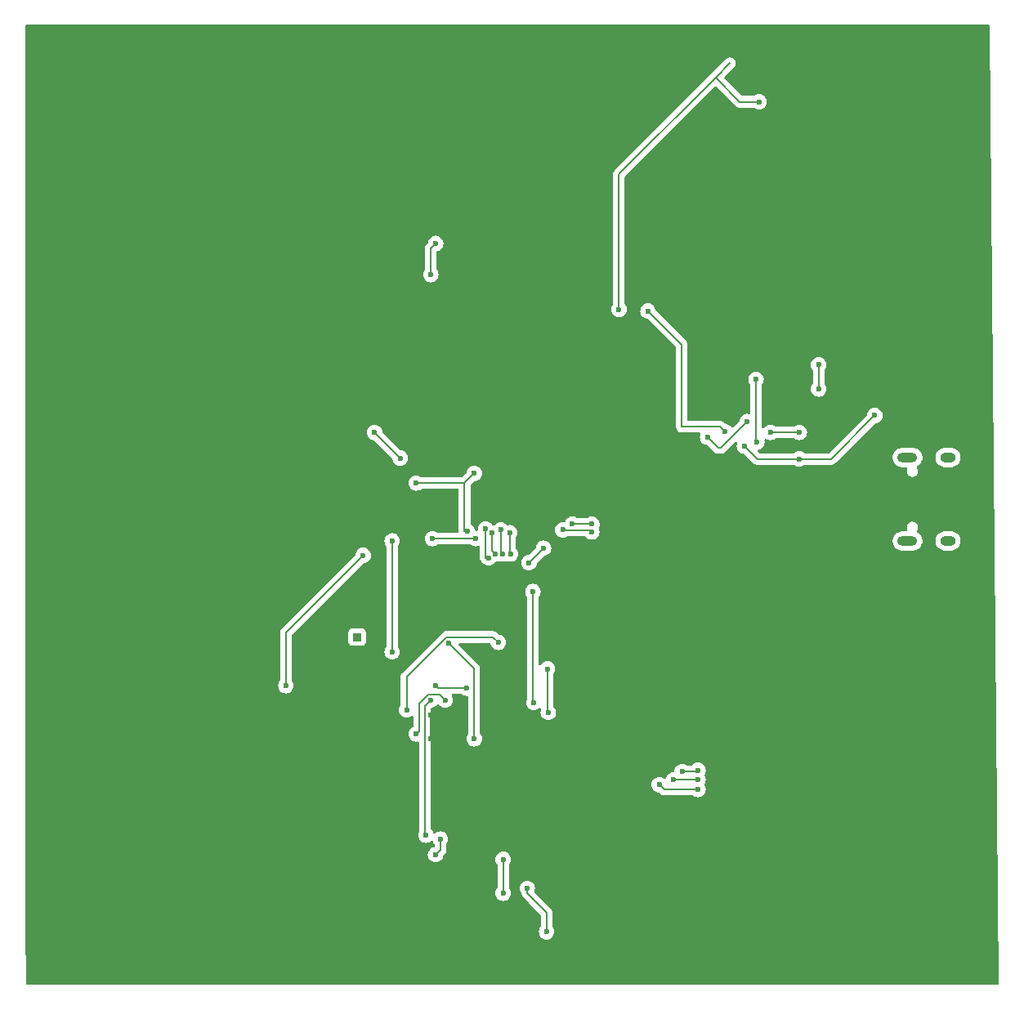
<source format=gbr>
%TF.GenerationSoftware,KiCad,Pcbnew,8.0.4*%
%TF.CreationDate,2024-11-06T01:03:28-06:00*%
%TF.ProjectId,wearablesystem,77656172-6162-46c6-9573-797374656d2e,rev?*%
%TF.SameCoordinates,Original*%
%TF.FileFunction,Copper,L2,Bot*%
%TF.FilePolarity,Positive*%
%FSLAX46Y46*%
G04 Gerber Fmt 4.6, Leading zero omitted, Abs format (unit mm)*
G04 Created by KiCad (PCBNEW 8.0.4) date 2024-11-06 01:03:28*
%MOMM*%
%LPD*%
G01*
G04 APERTURE LIST*
%TA.AperFunction,ComponentPad*%
%ADD10R,0.850000X0.850000*%
%TD*%
%TA.AperFunction,ComponentPad*%
%ADD11O,1.600000X1.000000*%
%TD*%
%TA.AperFunction,ComponentPad*%
%ADD12O,2.100000X1.000000*%
%TD*%
%TA.AperFunction,ViaPad*%
%ADD13C,0.600000*%
%TD*%
%TA.AperFunction,Conductor*%
%ADD14C,0.200000*%
%TD*%
G04 APERTURE END LIST*
D10*
%TO.P,TP1,1,1*%
%TO.N,/MTMS*%
X58880000Y-83455000D03*
%TD*%
D11*
%TO.P,J1,S1,SHIELD*%
%TO.N,unconnected-(J1-SHIELD-PadS1)_1*%
X120075000Y-64860000D03*
D12*
%TO.N,unconnected-(J1-SHIELD-PadS1)_3*%
X115895000Y-64860000D03*
D11*
%TO.N,unconnected-(J1-SHIELD-PadS1)_2*%
X120075000Y-73500000D03*
D12*
%TO.N,unconnected-(J1-SHIELD-PadS1)*%
X115895000Y-73500000D03*
%TD*%
D13*
%TO.N,+3.3V*%
X78500000Y-114000000D03*
X76500000Y-109500000D03*
%TO.N,VBUS*%
X112500000Y-60500000D03*
%TO.N,GND*%
X89500000Y-75500000D03*
X82500000Y-69000000D03*
X83000000Y-75000000D03*
X71500000Y-79000000D03*
X82000000Y-82500000D03*
X77000000Y-77500000D03*
%TO.N,/BOOT*%
X64000000Y-91000000D03*
X73500000Y-84000000D03*
%TO.N,Net-(U1-GPIO8)*%
X67000000Y-88500000D03*
X67000000Y-88500000D03*
%TO.N,+3.3V*%
X100500000Y-28000000D03*
X86000000Y-49500000D03*
%TO.N,/CHIP_EN*%
X59500000Y-75000000D03*
X51500000Y-88500000D03*
%TO.N,Net-(U1-GPIO8)*%
X70250000Y-88750000D03*
%TO.N,/SDA*%
X67000000Y-106000000D03*
X67500000Y-104400000D03*
X65000000Y-93500000D03*
X68000000Y-90000000D03*
%TO.N,/SCL*%
X66000000Y-104000000D03*
X66500000Y-90000000D03*
%TO.N,/INT*%
X68345858Y-84055000D03*
X71000000Y-94000000D03*
%TO.N,GND*%
X66500000Y-91500000D03*
X66500000Y-94000000D03*
%TO.N,+3.3V*%
X62500000Y-73500000D03*
X62500000Y-85000000D03*
X70280000Y-72500000D03*
X71000000Y-66500000D03*
X65000000Y-67500000D03*
%TO.N,VBUS*%
X104670515Y-65009485D03*
%TO.N,/VDD_BUSF*%
X67000000Y-42680000D03*
X66500000Y-45905000D03*
%TO.N,VBUS*%
X99000000Y-63680000D03*
X97000000Y-62180000D03*
X89000000Y-49680000D03*
%TO.N,/SPI_D*%
X77180000Y-90255000D03*
X77080000Y-78740786D03*
%TO.N,/SPI_CLK*%
X78680000Y-91255000D03*
X78580000Y-86755000D03*
%TO.N,/SPI_Q*%
X76680000Y-75755000D03*
X78180000Y-74255000D03*
X94180000Y-99255000D03*
%TO.N,/SPI_CS0*%
X94180000Y-98255000D03*
%TO.N,/SPI_WP*%
X94180000Y-97255000D03*
%TO.N,/SPI_CS0*%
X91680000Y-98255000D03*
%TO.N,/SPI_Q*%
X90180000Y-98755000D03*
%TO.N,/SPI_WP*%
X92540235Y-97394766D03*
%TO.N,/USB_D-*%
X104680000Y-62255000D03*
X101680000Y-62255000D03*
X99298015Y-61136985D03*
X95180000Y-62755000D03*
X83176540Y-72565270D03*
X80180000Y-72355000D03*
X74680000Y-72655000D03*
X74772828Y-74855000D03*
%TO.N,/USB_D+*%
X106680000Y-57755000D03*
X106680000Y-55255000D03*
X83190387Y-71765387D03*
X81180000Y-71755000D03*
X73972825Y-74855000D03*
X73772822Y-72347822D03*
%TO.N,/UART0_RX*%
X73172822Y-74855000D03*
X72872821Y-72655000D03*
%TO.N,/UART0_TX*%
X72480000Y-75255000D03*
X72180000Y-72255000D03*
%TO.N,/VDD_RF*%
X71180000Y-73255000D03*
X66680000Y-73255000D03*
%TO.N,/LNA_IN*%
X63341765Y-64916765D03*
X60680000Y-62255000D03*
%TO.N,+1V8*%
X74000000Y-106500000D03*
X74000000Y-110000000D03*
%TO.N,GND*%
X77000000Y-112500000D03*
X75000000Y-106000000D03*
%TO.N,Net-(J1-D+-PadA6)*%
X100292500Y-63255000D03*
X100192500Y-56755000D03*
%TD*%
D14*
%TO.N,+3.3V*%
X77000000Y-110500000D02*
X76500000Y-110000000D01*
X78500000Y-114000000D02*
X78500000Y-112000000D01*
X76500000Y-110000000D02*
X76500000Y-109500000D01*
X78500000Y-112000000D02*
X77000000Y-110500000D01*
%TO.N,VBUS*%
X112500000Y-60500000D02*
X107990515Y-65009485D01*
X107990515Y-65009485D02*
X104670515Y-65009485D01*
%TO.N,/BOOT*%
X68097329Y-83455000D02*
X72955000Y-83455000D01*
X64000000Y-91000000D02*
X64000000Y-87552329D01*
X64000000Y-87552329D02*
X68097329Y-83455000D01*
X72955000Y-83455000D02*
X73500000Y-84000000D01*
%TO.N,Net-(U1-GPIO8)*%
X70250000Y-88750000D02*
X67250000Y-88750000D01*
X67250000Y-88750000D02*
X67000000Y-88500000D01*
%TO.N,+3.3V*%
X86000000Y-35500000D02*
X96000000Y-25500000D01*
X96000000Y-25500000D02*
X97500000Y-24000000D01*
X100500000Y-28000000D02*
X98500000Y-28000000D01*
X98500000Y-28000000D02*
X96000000Y-25500000D01*
X86000000Y-49500000D02*
X86000000Y-35500000D01*
%TO.N,/CHIP_EN*%
X51500000Y-83000000D02*
X59500000Y-75000000D01*
X51500000Y-88500000D02*
X51500000Y-83000000D01*
%TO.N,/SDA*%
X67500000Y-105500000D02*
X67000000Y-106000000D01*
X67500000Y-104400000D02*
X67500000Y-105500000D01*
X65300000Y-93200000D02*
X65000000Y-93500000D01*
X65300000Y-90351471D02*
X65300000Y-93200000D01*
X66251471Y-89400000D02*
X65300000Y-90351471D01*
X67400000Y-89400000D02*
X66251471Y-89400000D01*
X68000000Y-90000000D02*
X67400000Y-89400000D01*
%TO.N,/SCL*%
X65900000Y-103900000D02*
X66000000Y-104000000D01*
X66500000Y-90000000D02*
X65900000Y-90600000D01*
X65900000Y-90600000D02*
X65900000Y-103900000D01*
%TO.N,/INT*%
X71000000Y-86709142D02*
X68345858Y-84055000D01*
X71000000Y-94000000D02*
X71000000Y-86709142D01*
%TO.N,GND*%
X66500000Y-94000000D02*
X66500000Y-91500000D01*
%TO.N,+3.3V*%
X62500000Y-85000000D02*
X62500000Y-73500000D01*
X70000000Y-67500000D02*
X70000000Y-72500000D01*
X70000000Y-72500000D02*
X70280000Y-72500000D01*
X70000000Y-67500000D02*
X71000000Y-66500000D01*
X65000000Y-67500000D02*
X70000000Y-67500000D01*
%TO.N,VBUS*%
X100329485Y-65009485D02*
X104670515Y-65009485D01*
X99000000Y-63680000D02*
X100329485Y-65009485D01*
%TO.N,/VDD_BUSF*%
X66500000Y-43180000D02*
X66500000Y-45905000D01*
X67000000Y-42680000D02*
X66500000Y-43180000D01*
%TO.N,VBUS*%
X96500000Y-61680000D02*
X97000000Y-62180000D01*
X92500000Y-61680000D02*
X96500000Y-61680000D01*
X92500000Y-53180000D02*
X92500000Y-61680000D01*
X89000000Y-49680000D02*
X92500000Y-53180000D01*
%TO.N,/SPI_D*%
X77080000Y-78740786D02*
X77080000Y-90155000D01*
X77080000Y-90155000D02*
X77180000Y-90255000D01*
%TO.N,/SPI_CLK*%
X78580000Y-86755000D02*
X78580000Y-91155000D01*
X78580000Y-91155000D02*
X78680000Y-91255000D01*
%TO.N,/SPI_Q*%
X78180000Y-74255000D02*
X76680000Y-75755000D01*
X90680000Y-99255000D02*
X94180000Y-99255000D01*
X90180000Y-98755000D02*
X90680000Y-99255000D01*
%TO.N,/SPI_CS0*%
X91680000Y-98255000D02*
X94180000Y-98255000D01*
%TO.N,/SPI_WP*%
X94040234Y-97394766D02*
X94180000Y-97255000D01*
X92540235Y-97394766D02*
X94040234Y-97394766D01*
%TO.N,/USB_D-*%
X101680000Y-62255000D02*
X104680000Y-62255000D01*
X95180000Y-62755000D02*
X96280000Y-63855000D01*
X96280000Y-63855000D02*
X96580000Y-63855000D01*
X96580000Y-63855000D02*
X99298015Y-61136985D01*
X80190387Y-72365387D02*
X83180000Y-72365387D01*
X80180000Y-72355000D02*
X80190387Y-72365387D01*
X83180000Y-72365387D02*
X83180000Y-72561810D01*
X83180000Y-72561810D02*
X83176540Y-72565270D01*
X74772828Y-74855000D02*
X74680000Y-74762172D01*
X74680000Y-74762172D02*
X74680000Y-72655000D01*
%TO.N,/USB_D+*%
X106680000Y-55255000D02*
X106680000Y-57755000D01*
X81180000Y-71755000D02*
X83180000Y-71755000D01*
X83180000Y-71755000D02*
X83190387Y-71765387D01*
X73772822Y-72347822D02*
X73680000Y-72255000D01*
X73772822Y-74654997D02*
X73772822Y-72347822D01*
X73972825Y-74855000D02*
X73772822Y-74654997D01*
%TO.N,/UART0_RX*%
X73180000Y-74847822D02*
X73172822Y-74855000D01*
X72872821Y-72655000D02*
X72872821Y-74510708D01*
X73180000Y-74755000D02*
X73180000Y-74847822D01*
X72872821Y-74510708D02*
X73117113Y-74755000D01*
X73117113Y-74755000D02*
X73180000Y-74755000D01*
%TO.N,/UART0_TX*%
X72180000Y-72255000D02*
X72180000Y-75255000D01*
X72180000Y-75255000D02*
X72480000Y-75255000D01*
%TO.N,/VDD_RF*%
X66680000Y-73255000D02*
X71180000Y-73255000D01*
%TO.N,/LNA_IN*%
X63341765Y-64916765D02*
X60680000Y-62255000D01*
%TO.N,+1V8*%
X74000000Y-110000000D02*
X74000000Y-106500000D01*
%TO.N,GND*%
X75000000Y-110500000D02*
X77000000Y-112500000D01*
X75000000Y-106000000D02*
X75000000Y-110500000D01*
%TO.N,Net-(J1-D+-PadA6)*%
X100192500Y-56755000D02*
X100192500Y-63255000D01*
X100192500Y-63255000D02*
X100292500Y-63255000D01*
%TD*%
%TA.AperFunction,Conductor*%
%TO.N,GND*%
G36*
X124326848Y-20020185D02*
G01*
X124372603Y-20072989D01*
X124383802Y-20123256D01*
X124840036Y-65746628D01*
X125376329Y-119375991D01*
X125357316Y-119443224D01*
X125304972Y-119489505D01*
X125252342Y-119501231D01*
X24676762Y-119507225D01*
X24609722Y-119487544D01*
X24563964Y-119434743D01*
X24552757Y-119383845D01*
X24523326Y-113497734D01*
X24500502Y-108932833D01*
X24500500Y-108932213D01*
X24500500Y-90999996D01*
X63194435Y-90999996D01*
X63194435Y-91000003D01*
X63214630Y-91179249D01*
X63214631Y-91179254D01*
X63274211Y-91349523D01*
X63327452Y-91434255D01*
X63370184Y-91502262D01*
X63497738Y-91629816D01*
X63650478Y-91725789D01*
X63662547Y-91730012D01*
X63820745Y-91785368D01*
X63820750Y-91785369D01*
X63999996Y-91805565D01*
X64000000Y-91805565D01*
X64000004Y-91805565D01*
X64179249Y-91785369D01*
X64179252Y-91785368D01*
X64179255Y-91785368D01*
X64349522Y-91725789D01*
X64502262Y-91629816D01*
X64502262Y-91629815D01*
X64508158Y-91626111D01*
X64509602Y-91628409D01*
X64562849Y-91606659D01*
X64631547Y-91619401D01*
X64682450Y-91667261D01*
X64699500Y-91730012D01*
X64699500Y-92674875D01*
X64679815Y-92741914D01*
X64641473Y-92779868D01*
X64497739Y-92870182D01*
X64370184Y-92997737D01*
X64274211Y-93150476D01*
X64214631Y-93320745D01*
X64214630Y-93320750D01*
X64194435Y-93499996D01*
X64194435Y-93500003D01*
X64214630Y-93679249D01*
X64214631Y-93679254D01*
X64274211Y-93849523D01*
X64368760Y-93999996D01*
X64370184Y-94002262D01*
X64497738Y-94129816D01*
X64650478Y-94225789D01*
X64700499Y-94243292D01*
X64820745Y-94285368D01*
X64820750Y-94285369D01*
X64999996Y-94305565D01*
X65000000Y-94305565D01*
X65000004Y-94305565D01*
X65161617Y-94287356D01*
X65230439Y-94299411D01*
X65281818Y-94346760D01*
X65299500Y-94410576D01*
X65299500Y-103574507D01*
X65280494Y-103640478D01*
X65274209Y-103650479D01*
X65214633Y-103820737D01*
X65214630Y-103820750D01*
X65194435Y-103999996D01*
X65194435Y-104000003D01*
X65214630Y-104179249D01*
X65214631Y-104179254D01*
X65274211Y-104349523D01*
X65305485Y-104399295D01*
X65370184Y-104502262D01*
X65497738Y-104629816D01*
X65650478Y-104725789D01*
X65718306Y-104749523D01*
X65820745Y-104785368D01*
X65820750Y-104785369D01*
X65999996Y-104805565D01*
X66000000Y-104805565D01*
X66000004Y-104805565D01*
X66179249Y-104785369D01*
X66179252Y-104785368D01*
X66179255Y-104785368D01*
X66349522Y-104725789D01*
X66502262Y-104629816D01*
X66533145Y-104598932D01*
X66594465Y-104565448D01*
X66664157Y-104570432D01*
X66720091Y-104612302D01*
X66737866Y-104645659D01*
X66774209Y-104749519D01*
X66870185Y-104902263D01*
X66872445Y-104905097D01*
X66873334Y-104907275D01*
X66873889Y-104908158D01*
X66873734Y-104908255D01*
X66898855Y-104969783D01*
X66899500Y-104982412D01*
X66899500Y-105099092D01*
X66879815Y-105166131D01*
X66827011Y-105211886D01*
X66816463Y-105216130D01*
X66760093Y-105235854D01*
X66650478Y-105274210D01*
X66497737Y-105370184D01*
X66370184Y-105497737D01*
X66274211Y-105650476D01*
X66214631Y-105820745D01*
X66214630Y-105820750D01*
X66194435Y-105999996D01*
X66194435Y-106000003D01*
X66214630Y-106179249D01*
X66214631Y-106179254D01*
X66274211Y-106349523D01*
X66368760Y-106499996D01*
X66370184Y-106502262D01*
X66497738Y-106629816D01*
X66650478Y-106725789D01*
X66820745Y-106785368D01*
X66820750Y-106785369D01*
X66999996Y-106805565D01*
X67000000Y-106805565D01*
X67000004Y-106805565D01*
X67179249Y-106785369D01*
X67179252Y-106785368D01*
X67179255Y-106785368D01*
X67349522Y-106725789D01*
X67502262Y-106629816D01*
X67629816Y-106502262D01*
X67631240Y-106499996D01*
X73194435Y-106499996D01*
X73194435Y-106500003D01*
X73214630Y-106679249D01*
X73214631Y-106679254D01*
X73274211Y-106849523D01*
X73370185Y-107002263D01*
X73372445Y-107005097D01*
X73373334Y-107007275D01*
X73373889Y-107008158D01*
X73373734Y-107008255D01*
X73398855Y-107069783D01*
X73399500Y-107082412D01*
X73399500Y-109417587D01*
X73379815Y-109484626D01*
X73372450Y-109494896D01*
X73370186Y-109497734D01*
X73274211Y-109650476D01*
X73214631Y-109820745D01*
X73214630Y-109820750D01*
X73194435Y-109999996D01*
X73194435Y-110000003D01*
X73214630Y-110179249D01*
X73214631Y-110179254D01*
X73274211Y-110349523D01*
X73356523Y-110480521D01*
X73370184Y-110502262D01*
X73497738Y-110629816D01*
X73650478Y-110725789D01*
X73820745Y-110785368D01*
X73820750Y-110785369D01*
X73999996Y-110805565D01*
X74000000Y-110805565D01*
X74000004Y-110805565D01*
X74179249Y-110785369D01*
X74179252Y-110785368D01*
X74179255Y-110785368D01*
X74349522Y-110725789D01*
X74502262Y-110629816D01*
X74629816Y-110502262D01*
X74725789Y-110349522D01*
X74785368Y-110179255D01*
X74785369Y-110179249D01*
X74805565Y-110000003D01*
X74805565Y-109999996D01*
X74785369Y-109820750D01*
X74785368Y-109820745D01*
X74735861Y-109679262D01*
X74725789Y-109650478D01*
X74631235Y-109499996D01*
X75694435Y-109499996D01*
X75694435Y-109500003D01*
X75714630Y-109679249D01*
X75714631Y-109679254D01*
X75774211Y-109849523D01*
X75870182Y-110002259D01*
X75872441Y-110005091D01*
X75873330Y-110007268D01*
X75873889Y-110008158D01*
X75873733Y-110008255D01*
X75898854Y-110069776D01*
X75899219Y-110076929D01*
X75899498Y-110079054D01*
X75940424Y-110231789D01*
X75940425Y-110231790D01*
X75961455Y-110268214D01*
X75961456Y-110268216D01*
X76019475Y-110368709D01*
X76019481Y-110368717D01*
X76638349Y-110987585D01*
X76638355Y-110987590D01*
X77863181Y-112212416D01*
X77896666Y-112273739D01*
X77899500Y-112300097D01*
X77899500Y-113417587D01*
X77879815Y-113484626D01*
X77872450Y-113494896D01*
X77870186Y-113497734D01*
X77774211Y-113650476D01*
X77714631Y-113820745D01*
X77714630Y-113820750D01*
X77694435Y-113999996D01*
X77694435Y-114000003D01*
X77714630Y-114179249D01*
X77714631Y-114179254D01*
X77774211Y-114349523D01*
X77870184Y-114502262D01*
X77997738Y-114629816D01*
X78150478Y-114725789D01*
X78320745Y-114785368D01*
X78320750Y-114785369D01*
X78499996Y-114805565D01*
X78500000Y-114805565D01*
X78500004Y-114805565D01*
X78679249Y-114785369D01*
X78679252Y-114785368D01*
X78679255Y-114785368D01*
X78849522Y-114725789D01*
X79002262Y-114629816D01*
X79129816Y-114502262D01*
X79225789Y-114349522D01*
X79285368Y-114179255D01*
X79305565Y-114000000D01*
X79285368Y-113820745D01*
X79225789Y-113650478D01*
X79129816Y-113497738D01*
X79129814Y-113497736D01*
X79129813Y-113497734D01*
X79127550Y-113494896D01*
X79126659Y-113492715D01*
X79126111Y-113491842D01*
X79126264Y-113491745D01*
X79101144Y-113430209D01*
X79100500Y-113417587D01*
X79100500Y-111920945D01*
X79100500Y-111920943D01*
X79059577Y-111768216D01*
X79059573Y-111768209D01*
X78980524Y-111631290D01*
X78980521Y-111631286D01*
X78980520Y-111631284D01*
X78868716Y-111519480D01*
X78868715Y-111519479D01*
X78864385Y-111515149D01*
X78864374Y-111515139D01*
X77487590Y-110138355D01*
X77487588Y-110138352D01*
X77273876Y-109924640D01*
X77240391Y-109863317D01*
X77244516Y-109796004D01*
X77285366Y-109679262D01*
X77285369Y-109679249D01*
X77305565Y-109500003D01*
X77305565Y-109499996D01*
X77285369Y-109320750D01*
X77285368Y-109320745D01*
X77225788Y-109150476D01*
X77129815Y-108997737D01*
X77002262Y-108870184D01*
X76849523Y-108774211D01*
X76679254Y-108714631D01*
X76679249Y-108714630D01*
X76500004Y-108694435D01*
X76499996Y-108694435D01*
X76320750Y-108714630D01*
X76320745Y-108714631D01*
X76150476Y-108774211D01*
X75997737Y-108870184D01*
X75870184Y-108997737D01*
X75774211Y-109150476D01*
X75714631Y-109320745D01*
X75714630Y-109320750D01*
X75694435Y-109499996D01*
X74631235Y-109499996D01*
X74629816Y-109497738D01*
X74629814Y-109497736D01*
X74629813Y-109497734D01*
X74627550Y-109494896D01*
X74626659Y-109492715D01*
X74626111Y-109491842D01*
X74626264Y-109491745D01*
X74601144Y-109430209D01*
X74600500Y-109417587D01*
X74600500Y-107082412D01*
X74620185Y-107015373D01*
X74627555Y-107005097D01*
X74629810Y-107002267D01*
X74629816Y-107002262D01*
X74725789Y-106849522D01*
X74785368Y-106679255D01*
X74785369Y-106679249D01*
X74805565Y-106500003D01*
X74805565Y-106499996D01*
X74785369Y-106320750D01*
X74785368Y-106320745D01*
X74735859Y-106179256D01*
X74725789Y-106150478D01*
X74629816Y-105997738D01*
X74502262Y-105870184D01*
X74499918Y-105868711D01*
X74349523Y-105774211D01*
X74179254Y-105714631D01*
X74179249Y-105714630D01*
X74000004Y-105694435D01*
X73999996Y-105694435D01*
X73820750Y-105714630D01*
X73820745Y-105714631D01*
X73650476Y-105774211D01*
X73497737Y-105870184D01*
X73370184Y-105997737D01*
X73274211Y-106150476D01*
X73214631Y-106320745D01*
X73214630Y-106320750D01*
X73194435Y-106499996D01*
X67631240Y-106499996D01*
X67725789Y-106349522D01*
X67785368Y-106179255D01*
X67795161Y-106092330D01*
X67822226Y-106027920D01*
X67830700Y-106018534D01*
X67980520Y-105868716D01*
X68059577Y-105731784D01*
X68100501Y-105579057D01*
X68100501Y-105420942D01*
X68100501Y-105413347D01*
X68100500Y-105413329D01*
X68100500Y-104982412D01*
X68120185Y-104915373D01*
X68127555Y-104905097D01*
X68129810Y-104902267D01*
X68129816Y-104902262D01*
X68225789Y-104749522D01*
X68285368Y-104579255D01*
X68305565Y-104400000D01*
X68285368Y-104220745D01*
X68225789Y-104050478D01*
X68129816Y-103897738D01*
X68002262Y-103770184D01*
X67849523Y-103674211D01*
X67679254Y-103614631D01*
X67679249Y-103614630D01*
X67500004Y-103594435D01*
X67499996Y-103594435D01*
X67320750Y-103614630D01*
X67320745Y-103614631D01*
X67150476Y-103674211D01*
X66997737Y-103770184D01*
X66966854Y-103801067D01*
X66905530Y-103834552D01*
X66835839Y-103829566D01*
X66779906Y-103787694D01*
X66762133Y-103754340D01*
X66725790Y-103650480D01*
X66725789Y-103650478D01*
X66629816Y-103497738D01*
X66536818Y-103404740D01*
X66503334Y-103343416D01*
X66500500Y-103317059D01*
X66500500Y-98754996D01*
X89374435Y-98754996D01*
X89374435Y-98755003D01*
X89394630Y-98934249D01*
X89394631Y-98934254D01*
X89454211Y-99104523D01*
X89548760Y-99254996D01*
X89550184Y-99257262D01*
X89677738Y-99384816D01*
X89830478Y-99480789D01*
X90000745Y-99540368D01*
X90087669Y-99550161D01*
X90152080Y-99577226D01*
X90161453Y-99585689D01*
X90311284Y-99735520D01*
X90311286Y-99735521D01*
X90311287Y-99735522D01*
X90311290Y-99735524D01*
X90448209Y-99814573D01*
X90448216Y-99814577D01*
X90600943Y-99855501D01*
X90600945Y-99855501D01*
X90766654Y-99855501D01*
X90766670Y-99855500D01*
X93597588Y-99855500D01*
X93664627Y-99875185D01*
X93674903Y-99882555D01*
X93677736Y-99884814D01*
X93677738Y-99884816D01*
X93830478Y-99980789D01*
X94000745Y-100040368D01*
X94000750Y-100040369D01*
X94179996Y-100060565D01*
X94180000Y-100060565D01*
X94180004Y-100060565D01*
X94359249Y-100040369D01*
X94359252Y-100040368D01*
X94359255Y-100040368D01*
X94529522Y-99980789D01*
X94682262Y-99884816D01*
X94809816Y-99757262D01*
X94905789Y-99604522D01*
X94965368Y-99434255D01*
X94965369Y-99434249D01*
X94985565Y-99255003D01*
X94985565Y-99254996D01*
X94965369Y-99075750D01*
X94965368Y-99075745D01*
X94905788Y-98905475D01*
X94852691Y-98820973D01*
X94833690Y-98753736D01*
X94852691Y-98689027D01*
X94905788Y-98604524D01*
X94905789Y-98604522D01*
X94965368Y-98434255D01*
X94965369Y-98434249D01*
X94985565Y-98255003D01*
X94985565Y-98254996D01*
X94965369Y-98075750D01*
X94965368Y-98075745D01*
X94905788Y-97905475D01*
X94852691Y-97820973D01*
X94833690Y-97753736D01*
X94852691Y-97689027D01*
X94905788Y-97604524D01*
X94952989Y-97469631D01*
X94965368Y-97434255D01*
X94965369Y-97434249D01*
X94985565Y-97255003D01*
X94985565Y-97254996D01*
X94965369Y-97075750D01*
X94965368Y-97075745D01*
X94954695Y-97045244D01*
X94905789Y-96905478D01*
X94809816Y-96752738D01*
X94682262Y-96625184D01*
X94657136Y-96609396D01*
X94529523Y-96529211D01*
X94359254Y-96469631D01*
X94359249Y-96469630D01*
X94180004Y-96449435D01*
X94179996Y-96449435D01*
X94000750Y-96469630D01*
X94000745Y-96469631D01*
X93830476Y-96529211D01*
X93677737Y-96625184D01*
X93545260Y-96757662D01*
X93543053Y-96755455D01*
X93497181Y-96787695D01*
X93457352Y-96794266D01*
X93122647Y-96794266D01*
X93055608Y-96774581D01*
X93045332Y-96767211D01*
X93042498Y-96764951D01*
X93042497Y-96764950D01*
X92985731Y-96729281D01*
X92889758Y-96668977D01*
X92719489Y-96609397D01*
X92719484Y-96609396D01*
X92540239Y-96589201D01*
X92540231Y-96589201D01*
X92360985Y-96609396D01*
X92360980Y-96609397D01*
X92190711Y-96668977D01*
X92037972Y-96764950D01*
X91910419Y-96892503D01*
X91814446Y-97045242D01*
X91754866Y-97215511D01*
X91754865Y-97215515D01*
X91740205Y-97345634D01*
X91713138Y-97410048D01*
X91655544Y-97449603D01*
X91630869Y-97454970D01*
X91500749Y-97469630D01*
X91500745Y-97469631D01*
X91330476Y-97529211D01*
X91177737Y-97625184D01*
X91050184Y-97752737D01*
X90954211Y-97905476D01*
X90892332Y-98082318D01*
X90889648Y-98081378D01*
X90861738Y-98131200D01*
X90800055Y-98164018D01*
X90730422Y-98158278D01*
X90687332Y-98130254D01*
X90682262Y-98125184D01*
X90529523Y-98029211D01*
X90359254Y-97969631D01*
X90359249Y-97969630D01*
X90180004Y-97949435D01*
X90179996Y-97949435D01*
X90000750Y-97969630D01*
X90000745Y-97969631D01*
X89830476Y-98029211D01*
X89677737Y-98125184D01*
X89550184Y-98252737D01*
X89454211Y-98405476D01*
X89394631Y-98575745D01*
X89394630Y-98575750D01*
X89374435Y-98754996D01*
X66500500Y-98754996D01*
X66500500Y-90916321D01*
X66520185Y-90849282D01*
X66572989Y-90803527D01*
X66610613Y-90793101D01*
X66679255Y-90785368D01*
X66849522Y-90725789D01*
X67002262Y-90629816D01*
X67129816Y-90502262D01*
X67145007Y-90478084D01*
X67197339Y-90431796D01*
X67266393Y-90421146D01*
X67330242Y-90449521D01*
X67354990Y-90478082D01*
X67370184Y-90502262D01*
X67497738Y-90629816D01*
X67650478Y-90725789D01*
X67727494Y-90752738D01*
X67820745Y-90785368D01*
X67820750Y-90785369D01*
X67999996Y-90805565D01*
X68000000Y-90805565D01*
X68000004Y-90805565D01*
X68179249Y-90785369D01*
X68179252Y-90785368D01*
X68179255Y-90785368D01*
X68349522Y-90725789D01*
X68502262Y-90629816D01*
X68629816Y-90502262D01*
X68725789Y-90349522D01*
X68785368Y-90179255D01*
X68802897Y-90023683D01*
X68805565Y-90000003D01*
X68805565Y-89999996D01*
X68785369Y-89820750D01*
X68785368Y-89820745D01*
X68725788Y-89650475D01*
X68656668Y-89540473D01*
X68637667Y-89473236D01*
X68658034Y-89406401D01*
X68711302Y-89361186D01*
X68761661Y-89350500D01*
X69667588Y-89350500D01*
X69734627Y-89370185D01*
X69744903Y-89377555D01*
X69747736Y-89379814D01*
X69747738Y-89379816D01*
X69900478Y-89475789D01*
X69963205Y-89497738D01*
X70070745Y-89535368D01*
X70070750Y-89535369D01*
X70249996Y-89555565D01*
X70249998Y-89555565D01*
X70249998Y-89555564D01*
X70250000Y-89555565D01*
X70261614Y-89554256D01*
X70330435Y-89566309D01*
X70381816Y-89613657D01*
X70399500Y-89677476D01*
X70399500Y-93417587D01*
X70379815Y-93484626D01*
X70372450Y-93494896D01*
X70370186Y-93497734D01*
X70274211Y-93650476D01*
X70214631Y-93820745D01*
X70214630Y-93820750D01*
X70194435Y-93999996D01*
X70194435Y-94000003D01*
X70214630Y-94179249D01*
X70214631Y-94179254D01*
X70274211Y-94349523D01*
X70370184Y-94502262D01*
X70497738Y-94629816D01*
X70650478Y-94725789D01*
X70820745Y-94785368D01*
X70820750Y-94785369D01*
X70999996Y-94805565D01*
X71000000Y-94805565D01*
X71000004Y-94805565D01*
X71179249Y-94785369D01*
X71179252Y-94785368D01*
X71179255Y-94785368D01*
X71349522Y-94725789D01*
X71502262Y-94629816D01*
X71629816Y-94502262D01*
X71725789Y-94349522D01*
X71785368Y-94179255D01*
X71785369Y-94179249D01*
X71805565Y-94000003D01*
X71805565Y-93999996D01*
X71785369Y-93820750D01*
X71785368Y-93820745D01*
X71725789Y-93650478D01*
X71629816Y-93497738D01*
X71629814Y-93497736D01*
X71629813Y-93497734D01*
X71627550Y-93494896D01*
X71626659Y-93492715D01*
X71626111Y-93491842D01*
X71626264Y-93491745D01*
X71601144Y-93430209D01*
X71600500Y-93417587D01*
X71600500Y-86798202D01*
X71600501Y-86798189D01*
X71600501Y-86630086D01*
X71600501Y-86630085D01*
X71559577Y-86477358D01*
X71559573Y-86477351D01*
X71480524Y-86340432D01*
X71480518Y-86340424D01*
X69407274Y-84267181D01*
X69373789Y-84205858D01*
X69378773Y-84136166D01*
X69420645Y-84080233D01*
X69486109Y-84055816D01*
X69494955Y-84055500D01*
X72589875Y-84055500D01*
X72656914Y-84075185D01*
X72702669Y-84127989D01*
X72713096Y-84165619D01*
X72714631Y-84179252D01*
X72774210Y-84349521D01*
X72816979Y-84417587D01*
X72870184Y-84502262D01*
X72997738Y-84629816D01*
X73150478Y-84725789D01*
X73307656Y-84780788D01*
X73320745Y-84785368D01*
X73320750Y-84785369D01*
X73499996Y-84805565D01*
X73500000Y-84805565D01*
X73500004Y-84805565D01*
X73679249Y-84785369D01*
X73679252Y-84785368D01*
X73679255Y-84785368D01*
X73849522Y-84725789D01*
X74002262Y-84629816D01*
X74129816Y-84502262D01*
X74225789Y-84349522D01*
X74285368Y-84179255D01*
X74285369Y-84179249D01*
X74305565Y-84000003D01*
X74305565Y-83999996D01*
X74285369Y-83820750D01*
X74285368Y-83820745D01*
X74225788Y-83650476D01*
X74129815Y-83497737D01*
X74002262Y-83370184D01*
X73849521Y-83274210D01*
X73679249Y-83214630D01*
X73592330Y-83204837D01*
X73527916Y-83177770D01*
X73518533Y-83169298D01*
X73442590Y-83093355D01*
X73442588Y-83093352D01*
X73323717Y-82974481D01*
X73323716Y-82974480D01*
X73230986Y-82920943D01*
X73230985Y-82920942D01*
X73186783Y-82895422D01*
X73130881Y-82880443D01*
X73034057Y-82854499D01*
X72875943Y-82854499D01*
X72868347Y-82854499D01*
X72868331Y-82854500D01*
X68018271Y-82854500D01*
X67865545Y-82895422D01*
X67821341Y-82920944D01*
X67821340Y-82920943D01*
X67728616Y-82974477D01*
X67728611Y-82974481D01*
X63519481Y-87183611D01*
X63519479Y-87183614D01*
X63498219Y-87220437D01*
X63476959Y-87257262D01*
X63440423Y-87320544D01*
X63399499Y-87473272D01*
X63399499Y-87473274D01*
X63399499Y-87641375D01*
X63399500Y-87641388D01*
X63399500Y-90417587D01*
X63379815Y-90484626D01*
X63372450Y-90494896D01*
X63370186Y-90497734D01*
X63274211Y-90650476D01*
X63214631Y-90820745D01*
X63214630Y-90820750D01*
X63194435Y-90999996D01*
X24500500Y-90999996D01*
X24500500Y-88499996D01*
X50694435Y-88499996D01*
X50694435Y-88500003D01*
X50714630Y-88679249D01*
X50714631Y-88679254D01*
X50774211Y-88849523D01*
X50818169Y-88919481D01*
X50870184Y-89002262D01*
X50997738Y-89129816D01*
X51150478Y-89225789D01*
X51320745Y-89285368D01*
X51320750Y-89285369D01*
X51499996Y-89305565D01*
X51500000Y-89305565D01*
X51500004Y-89305565D01*
X51679249Y-89285369D01*
X51679252Y-89285368D01*
X51679255Y-89285368D01*
X51849522Y-89225789D01*
X52002262Y-89129816D01*
X52129816Y-89002262D01*
X52225789Y-88849522D01*
X52285368Y-88679255D01*
X52305565Y-88500000D01*
X52285368Y-88320745D01*
X52225789Y-88150478D01*
X52225174Y-88149500D01*
X52129813Y-87997734D01*
X52127550Y-87994896D01*
X52126659Y-87992715D01*
X52126111Y-87991842D01*
X52126264Y-87991745D01*
X52101144Y-87930209D01*
X52100500Y-87917587D01*
X52100500Y-83300096D01*
X52120185Y-83233057D01*
X52136814Y-83212420D01*
X52367099Y-82982135D01*
X57954500Y-82982135D01*
X57954500Y-83927870D01*
X57954501Y-83927876D01*
X57960908Y-83987483D01*
X58011202Y-84122328D01*
X58011206Y-84122335D01*
X58097452Y-84237544D01*
X58097455Y-84237547D01*
X58212664Y-84323793D01*
X58212671Y-84323797D01*
X58347517Y-84374091D01*
X58347516Y-84374091D01*
X58354444Y-84374835D01*
X58407127Y-84380500D01*
X59352872Y-84380499D01*
X59412483Y-84374091D01*
X59547331Y-84323796D01*
X59662546Y-84237546D01*
X59748796Y-84122331D01*
X59799091Y-83987483D01*
X59805500Y-83927873D01*
X59805499Y-82982128D01*
X59799091Y-82922517D01*
X59798504Y-82920944D01*
X59748797Y-82787671D01*
X59748793Y-82787664D01*
X59662547Y-82672455D01*
X59662544Y-82672452D01*
X59547335Y-82586206D01*
X59547328Y-82586202D01*
X59412482Y-82535908D01*
X59412483Y-82535908D01*
X59352883Y-82529501D01*
X59352881Y-82529500D01*
X59352873Y-82529500D01*
X59352864Y-82529500D01*
X58407129Y-82529500D01*
X58407123Y-82529501D01*
X58347516Y-82535908D01*
X58212671Y-82586202D01*
X58212664Y-82586206D01*
X58097455Y-82672452D01*
X58097452Y-82672455D01*
X58011206Y-82787664D01*
X58011202Y-82787671D01*
X57960908Y-82922517D01*
X57955322Y-82974477D01*
X57954501Y-82982123D01*
X57954500Y-82982135D01*
X52367099Y-82982135D01*
X59518535Y-75830698D01*
X59579856Y-75797215D01*
X59592311Y-75795163D01*
X59679255Y-75785368D01*
X59849522Y-75725789D01*
X60002262Y-75629816D01*
X60129816Y-75502262D01*
X60225789Y-75349522D01*
X60285368Y-75179255D01*
X60285741Y-75175943D01*
X60305565Y-75000003D01*
X60305565Y-74999996D01*
X60285369Y-74820750D01*
X60285368Y-74820745D01*
X60225788Y-74650476D01*
X60129815Y-74497737D01*
X60002262Y-74370184D01*
X59849523Y-74274211D01*
X59679254Y-74214631D01*
X59679249Y-74214630D01*
X59500004Y-74194435D01*
X59499996Y-74194435D01*
X59320750Y-74214630D01*
X59320745Y-74214631D01*
X59150476Y-74274211D01*
X58997737Y-74370184D01*
X58870184Y-74497737D01*
X58774210Y-74650478D01*
X58714630Y-74820750D01*
X58704837Y-74907668D01*
X58677770Y-74972082D01*
X58669298Y-74981465D01*
X51131286Y-82519478D01*
X51019481Y-82631282D01*
X51019477Y-82631287D01*
X50995712Y-82672452D01*
X50995711Y-82672454D01*
X50940423Y-82768215D01*
X50899499Y-82920943D01*
X50899499Y-82920944D01*
X50899499Y-83089046D01*
X50899500Y-83089059D01*
X50899500Y-87917587D01*
X50879815Y-87984626D01*
X50872450Y-87994896D01*
X50870186Y-87997734D01*
X50774211Y-88150476D01*
X50714631Y-88320745D01*
X50714630Y-88320750D01*
X50694435Y-88499996D01*
X24500500Y-88499996D01*
X24500500Y-73499996D01*
X61694435Y-73499996D01*
X61694435Y-73500003D01*
X61714630Y-73679249D01*
X61714631Y-73679254D01*
X61774211Y-73849523D01*
X61834515Y-73945496D01*
X61852367Y-73973907D01*
X61870185Y-74002263D01*
X61872445Y-74005097D01*
X61873334Y-74007275D01*
X61873889Y-74008158D01*
X61873734Y-74008255D01*
X61898855Y-74069783D01*
X61899500Y-74082412D01*
X61899500Y-84417587D01*
X61879815Y-84484626D01*
X61872450Y-84494896D01*
X61870186Y-84497734D01*
X61774211Y-84650476D01*
X61714631Y-84820745D01*
X61714630Y-84820750D01*
X61694435Y-84999996D01*
X61694435Y-85000003D01*
X61714630Y-85179249D01*
X61714631Y-85179254D01*
X61774211Y-85349523D01*
X61870184Y-85502262D01*
X61997738Y-85629816D01*
X62150478Y-85725789D01*
X62320745Y-85785368D01*
X62320750Y-85785369D01*
X62499996Y-85805565D01*
X62500000Y-85805565D01*
X62500004Y-85805565D01*
X62679249Y-85785369D01*
X62679252Y-85785368D01*
X62679255Y-85785368D01*
X62849522Y-85725789D01*
X63002262Y-85629816D01*
X63129816Y-85502262D01*
X63225789Y-85349522D01*
X63285368Y-85179255D01*
X63305565Y-85000000D01*
X63288682Y-84850160D01*
X63285369Y-84820750D01*
X63285368Y-84820745D01*
X63225788Y-84650476D01*
X63192645Y-84597730D01*
X63129816Y-84497738D01*
X63129814Y-84497736D01*
X63129813Y-84497734D01*
X63127550Y-84494896D01*
X63126659Y-84492715D01*
X63126111Y-84491842D01*
X63126264Y-84491745D01*
X63101144Y-84430209D01*
X63100500Y-84417587D01*
X63100500Y-78740782D01*
X76274435Y-78740782D01*
X76274435Y-78740789D01*
X76294630Y-78920035D01*
X76294631Y-78920040D01*
X76354211Y-79090309D01*
X76450185Y-79243049D01*
X76452445Y-79245883D01*
X76453334Y-79248061D01*
X76453889Y-79248944D01*
X76453734Y-79249041D01*
X76478855Y-79310569D01*
X76479500Y-79323198D01*
X76479500Y-89829507D01*
X76460494Y-89895478D01*
X76454209Y-89905479D01*
X76394633Y-90075737D01*
X76394630Y-90075750D01*
X76374435Y-90254996D01*
X76374435Y-90255003D01*
X76394630Y-90434249D01*
X76394631Y-90434254D01*
X76454211Y-90604523D01*
X76530408Y-90725789D01*
X76550184Y-90757262D01*
X76677738Y-90884816D01*
X76830478Y-90980789D01*
X77000745Y-91040368D01*
X77000750Y-91040369D01*
X77179996Y-91060565D01*
X77180000Y-91060565D01*
X77180004Y-91060565D01*
X77359249Y-91040369D01*
X77359252Y-91040368D01*
X77359255Y-91040368D01*
X77529522Y-90980789D01*
X77682262Y-90884816D01*
X77727556Y-90839521D01*
X77788877Y-90806037D01*
X77858568Y-90811021D01*
X77914502Y-90852892D01*
X77938920Y-90918356D01*
X77932278Y-90968157D01*
X77894632Y-91075742D01*
X77894630Y-91075750D01*
X77874435Y-91254996D01*
X77874435Y-91255003D01*
X77894630Y-91434249D01*
X77894631Y-91434254D01*
X77954211Y-91604523D01*
X78030408Y-91725789D01*
X78050184Y-91757262D01*
X78177738Y-91884816D01*
X78330478Y-91980789D01*
X78500745Y-92040368D01*
X78500750Y-92040369D01*
X78679996Y-92060565D01*
X78680000Y-92060565D01*
X78680004Y-92060565D01*
X78859249Y-92040369D01*
X78859252Y-92040368D01*
X78859255Y-92040368D01*
X79029522Y-91980789D01*
X79182262Y-91884816D01*
X79309816Y-91757262D01*
X79405789Y-91604522D01*
X79465368Y-91434255D01*
X79485565Y-91255000D01*
X79465368Y-91075745D01*
X79405789Y-90905478D01*
X79380499Y-90865230D01*
X79352551Y-90820750D01*
X79309816Y-90752738D01*
X79216818Y-90659740D01*
X79183334Y-90598416D01*
X79180500Y-90572059D01*
X79180500Y-87337412D01*
X79200185Y-87270373D01*
X79207555Y-87260097D01*
X79209810Y-87257267D01*
X79209816Y-87257262D01*
X79305789Y-87104522D01*
X79365368Y-86934255D01*
X79366799Y-86921558D01*
X79385565Y-86755003D01*
X79385565Y-86754996D01*
X79365369Y-86575750D01*
X79365368Y-86575745D01*
X79305788Y-86405476D01*
X79250506Y-86317496D01*
X79209816Y-86252738D01*
X79082262Y-86125184D01*
X78929523Y-86029211D01*
X78759254Y-85969631D01*
X78759249Y-85969630D01*
X78580004Y-85949435D01*
X78579996Y-85949435D01*
X78400750Y-85969630D01*
X78400745Y-85969631D01*
X78230476Y-86029211D01*
X78077737Y-86125184D01*
X77950182Y-86252739D01*
X77909493Y-86317496D01*
X77857158Y-86363787D01*
X77788105Y-86374434D01*
X77724257Y-86346059D01*
X77685885Y-86287669D01*
X77680500Y-86251523D01*
X77680500Y-79323198D01*
X77700185Y-79256159D01*
X77707555Y-79245883D01*
X77709810Y-79243053D01*
X77709816Y-79243048D01*
X77805789Y-79090308D01*
X77865368Y-78920041D01*
X77885565Y-78740786D01*
X77865368Y-78561531D01*
X77805789Y-78391264D01*
X77709816Y-78238524D01*
X77582262Y-78110970D01*
X77429523Y-78014997D01*
X77259254Y-77955417D01*
X77259249Y-77955416D01*
X77080004Y-77935221D01*
X77079996Y-77935221D01*
X76900750Y-77955416D01*
X76900745Y-77955417D01*
X76730476Y-78014997D01*
X76577737Y-78110970D01*
X76450184Y-78238523D01*
X76354211Y-78391262D01*
X76294631Y-78561531D01*
X76294630Y-78561536D01*
X76274435Y-78740782D01*
X63100500Y-78740782D01*
X63100500Y-74082412D01*
X63120185Y-74015373D01*
X63127555Y-74005097D01*
X63129810Y-74002267D01*
X63129816Y-74002262D01*
X63225789Y-73849522D01*
X63285368Y-73679255D01*
X63285369Y-73679249D01*
X63305565Y-73500003D01*
X63305565Y-73499996D01*
X63285369Y-73320750D01*
X63285368Y-73320745D01*
X63262361Y-73254996D01*
X63225789Y-73150478D01*
X63219436Y-73140368D01*
X63178831Y-73075745D01*
X63129816Y-72997738D01*
X63002262Y-72870184D01*
X62981697Y-72857262D01*
X62849523Y-72774211D01*
X62679254Y-72714631D01*
X62679249Y-72714630D01*
X62500004Y-72694435D01*
X62499996Y-72694435D01*
X62320750Y-72714630D01*
X62320745Y-72714631D01*
X62150476Y-72774211D01*
X61997737Y-72870184D01*
X61870184Y-72997737D01*
X61774211Y-73150476D01*
X61714631Y-73320745D01*
X61714630Y-73320750D01*
X61694435Y-73499996D01*
X24500500Y-73499996D01*
X24500500Y-67499996D01*
X64194435Y-67499996D01*
X64194435Y-67500003D01*
X64214630Y-67679249D01*
X64214631Y-67679254D01*
X64274211Y-67849523D01*
X64370184Y-68002262D01*
X64497738Y-68129816D01*
X64588080Y-68186582D01*
X64648426Y-68224500D01*
X64650478Y-68225789D01*
X64820745Y-68285368D01*
X64820750Y-68285369D01*
X64999996Y-68305565D01*
X65000000Y-68305565D01*
X65000004Y-68305565D01*
X65179249Y-68285369D01*
X65179252Y-68285368D01*
X65179255Y-68285368D01*
X65349522Y-68225789D01*
X65502262Y-68129816D01*
X65502267Y-68129810D01*
X65505097Y-68127555D01*
X65507275Y-68126665D01*
X65508158Y-68126111D01*
X65508255Y-68126265D01*
X65569783Y-68101145D01*
X65582412Y-68100500D01*
X69275500Y-68100500D01*
X69342539Y-68120185D01*
X69388294Y-68172989D01*
X69399500Y-68224500D01*
X69399500Y-72530500D01*
X69379815Y-72597539D01*
X69327011Y-72643294D01*
X69275500Y-72654500D01*
X67262412Y-72654500D01*
X67195373Y-72634815D01*
X67185097Y-72627445D01*
X67182263Y-72625185D01*
X67182262Y-72625184D01*
X67125496Y-72589515D01*
X67029523Y-72529211D01*
X66859254Y-72469631D01*
X66859249Y-72469630D01*
X66680004Y-72449435D01*
X66679996Y-72449435D01*
X66500750Y-72469630D01*
X66500745Y-72469631D01*
X66330476Y-72529211D01*
X66177737Y-72625184D01*
X66050184Y-72752737D01*
X65954211Y-72905476D01*
X65894631Y-73075745D01*
X65894630Y-73075750D01*
X65874435Y-73254996D01*
X65874435Y-73255003D01*
X65894630Y-73434249D01*
X65894631Y-73434254D01*
X65954211Y-73604523D01*
X66001165Y-73679249D01*
X66050184Y-73757262D01*
X66177738Y-73884816D01*
X66268080Y-73941582D01*
X66319536Y-73973914D01*
X66330478Y-73980789D01*
X66475625Y-74031578D01*
X66500745Y-74040368D01*
X66500750Y-74040369D01*
X66679996Y-74060565D01*
X66680000Y-74060565D01*
X66680004Y-74060565D01*
X66859249Y-74040369D01*
X66859252Y-74040368D01*
X66859255Y-74040368D01*
X67029522Y-73980789D01*
X67182262Y-73884816D01*
X67182267Y-73884810D01*
X67185097Y-73882555D01*
X67187275Y-73881665D01*
X67188158Y-73881111D01*
X67188255Y-73881265D01*
X67249783Y-73856145D01*
X67262412Y-73855500D01*
X70597588Y-73855500D01*
X70664627Y-73875185D01*
X70674903Y-73882555D01*
X70677736Y-73884814D01*
X70677738Y-73884816D01*
X70780499Y-73949385D01*
X70819536Y-73973914D01*
X70830478Y-73980789D01*
X70975625Y-74031578D01*
X71000745Y-74040368D01*
X71000750Y-74040369D01*
X71179996Y-74060565D01*
X71180000Y-74060565D01*
X71180004Y-74060565D01*
X71359249Y-74040369D01*
X71359250Y-74040368D01*
X71359255Y-74040368D01*
X71414545Y-74021020D01*
X71484322Y-74017458D01*
X71544950Y-74052186D01*
X71577178Y-74114179D01*
X71579500Y-74138062D01*
X71579500Y-75175943D01*
X71579500Y-75334057D01*
X71619896Y-75484815D01*
X71620423Y-75486783D01*
X71620426Y-75486790D01*
X71699475Y-75623709D01*
X71699481Y-75623717D01*
X71811284Y-75735520D01*
X71837742Y-75750795D01*
X71863424Y-75770502D01*
X71977738Y-75884816D01*
X72130478Y-75980789D01*
X72300745Y-76040368D01*
X72300750Y-76040369D01*
X72479996Y-76060565D01*
X72480000Y-76060565D01*
X72480004Y-76060565D01*
X72659249Y-76040369D01*
X72659252Y-76040368D01*
X72659255Y-76040368D01*
X72829522Y-75980789D01*
X72982262Y-75884816D01*
X73109816Y-75757262D01*
X73111240Y-75754996D01*
X75874435Y-75754996D01*
X75874435Y-75755003D01*
X75894630Y-75934249D01*
X75894631Y-75934254D01*
X75954211Y-76104523D01*
X76050184Y-76257262D01*
X76177738Y-76384816D01*
X76330478Y-76480789D01*
X76500745Y-76540368D01*
X76500750Y-76540369D01*
X76679996Y-76560565D01*
X76680000Y-76560565D01*
X76680004Y-76560565D01*
X76859249Y-76540369D01*
X76859252Y-76540368D01*
X76859255Y-76540368D01*
X77029522Y-76480789D01*
X77182262Y-76384816D01*
X77309816Y-76257262D01*
X77405789Y-76104522D01*
X77465368Y-75934255D01*
X77475161Y-75847329D01*
X77502226Y-75782918D01*
X77510690Y-75773543D01*
X78198535Y-75085698D01*
X78259856Y-75052215D01*
X78272311Y-75050163D01*
X78359255Y-75040368D01*
X78529522Y-74980789D01*
X78682262Y-74884816D01*
X78809816Y-74757262D01*
X78905789Y-74604522D01*
X78965368Y-74434255D01*
X78965369Y-74434249D01*
X78985565Y-74255003D01*
X78985565Y-74254996D01*
X78965369Y-74075750D01*
X78965368Y-74075745D01*
X78940647Y-74005097D01*
X78905789Y-73905478D01*
X78870629Y-73849522D01*
X78834382Y-73791835D01*
X78809816Y-73752738D01*
X78682262Y-73625184D01*
X78639863Y-73598543D01*
X114344499Y-73598543D01*
X114382947Y-73791829D01*
X114382950Y-73791839D01*
X114458364Y-73973907D01*
X114458371Y-73973920D01*
X114567860Y-74137781D01*
X114567863Y-74137785D01*
X114707214Y-74277136D01*
X114707218Y-74277139D01*
X114871079Y-74386628D01*
X114871092Y-74386635D01*
X115053160Y-74462049D01*
X115053165Y-74462051D01*
X115053169Y-74462051D01*
X115053170Y-74462052D01*
X115246456Y-74500500D01*
X115246459Y-74500500D01*
X116543543Y-74500500D01*
X116673582Y-74474632D01*
X116736835Y-74462051D01*
X116918914Y-74386632D01*
X117082782Y-74277139D01*
X117222139Y-74137782D01*
X117331632Y-73973914D01*
X117407051Y-73791835D01*
X117429446Y-73679249D01*
X117445500Y-73598543D01*
X118774499Y-73598543D01*
X118812947Y-73791829D01*
X118812950Y-73791839D01*
X118888364Y-73973907D01*
X118888371Y-73973920D01*
X118997860Y-74137781D01*
X118997863Y-74137785D01*
X119137214Y-74277136D01*
X119137218Y-74277139D01*
X119301079Y-74386628D01*
X119301092Y-74386635D01*
X119483160Y-74462049D01*
X119483165Y-74462051D01*
X119483169Y-74462051D01*
X119483170Y-74462052D01*
X119676456Y-74500500D01*
X119676459Y-74500500D01*
X120473543Y-74500500D01*
X120603582Y-74474632D01*
X120666835Y-74462051D01*
X120848914Y-74386632D01*
X121012782Y-74277139D01*
X121152139Y-74137782D01*
X121261632Y-73973914D01*
X121337051Y-73791835D01*
X121359446Y-73679249D01*
X121375500Y-73598543D01*
X121375500Y-73401456D01*
X121337052Y-73208170D01*
X121337051Y-73208169D01*
X121337051Y-73208165D01*
X121331633Y-73195085D01*
X121261635Y-73026092D01*
X121261628Y-73026079D01*
X121152139Y-72862218D01*
X121152136Y-72862214D01*
X121012785Y-72722863D01*
X121012781Y-72722860D01*
X120848920Y-72613371D01*
X120848907Y-72613364D01*
X120666839Y-72537950D01*
X120666829Y-72537947D01*
X120473543Y-72499500D01*
X120473541Y-72499500D01*
X119676459Y-72499500D01*
X119676457Y-72499500D01*
X119483170Y-72537947D01*
X119483160Y-72537950D01*
X119301092Y-72613364D01*
X119301079Y-72613371D01*
X119137218Y-72722860D01*
X119137214Y-72722863D01*
X118997863Y-72862214D01*
X118997860Y-72862218D01*
X118888371Y-73026079D01*
X118888364Y-73026092D01*
X118812950Y-73208160D01*
X118812947Y-73208170D01*
X118774500Y-73401456D01*
X118774500Y-73401459D01*
X118774500Y-73598541D01*
X118774500Y-73598543D01*
X118774499Y-73598543D01*
X117445500Y-73598543D01*
X117445500Y-73401456D01*
X117407052Y-73208170D01*
X117407051Y-73208169D01*
X117407051Y-73208165D01*
X117401633Y-73195085D01*
X117331635Y-73026092D01*
X117331628Y-73026079D01*
X117222139Y-72862218D01*
X117222136Y-72862214D01*
X117082785Y-72722863D01*
X117082781Y-72722860D01*
X116918920Y-72613371D01*
X116918913Y-72613367D01*
X116909474Y-72609458D01*
X116855070Y-72565617D01*
X116833004Y-72499323D01*
X116850283Y-72431624D01*
X116853431Y-72426972D01*
X116855511Y-72423368D01*
X116855515Y-72423365D01*
X116931281Y-72292135D01*
X116970500Y-72145766D01*
X116970500Y-71994234D01*
X116931281Y-71847865D01*
X116855515Y-71716635D01*
X116748365Y-71609485D01*
X116667203Y-71562626D01*
X116617136Y-71533719D01*
X116543950Y-71514109D01*
X116470766Y-71494500D01*
X116319234Y-71494500D01*
X116172863Y-71533719D01*
X116041635Y-71609485D01*
X116041632Y-71609487D01*
X115934487Y-71716632D01*
X115934485Y-71716635D01*
X115858719Y-71847863D01*
X115832788Y-71944642D01*
X115819500Y-71994234D01*
X115819500Y-72145766D01*
X115838251Y-72215748D01*
X115858720Y-72292137D01*
X115858721Y-72292140D01*
X115871053Y-72313499D01*
X115887527Y-72381398D01*
X115864675Y-72447426D01*
X115809755Y-72490617D01*
X115763667Y-72499500D01*
X115246457Y-72499500D01*
X115053170Y-72537947D01*
X115053160Y-72537950D01*
X114871092Y-72613364D01*
X114871079Y-72613371D01*
X114707218Y-72722860D01*
X114707214Y-72722863D01*
X114567863Y-72862214D01*
X114567860Y-72862218D01*
X114458371Y-73026079D01*
X114458364Y-73026092D01*
X114382950Y-73208160D01*
X114382947Y-73208170D01*
X114344500Y-73401456D01*
X114344500Y-73401459D01*
X114344500Y-73598541D01*
X114344500Y-73598543D01*
X114344499Y-73598543D01*
X78639863Y-73598543D01*
X78639860Y-73598541D01*
X78529523Y-73529211D01*
X78359254Y-73469631D01*
X78359249Y-73469630D01*
X78180004Y-73449435D01*
X78179996Y-73449435D01*
X78000750Y-73469630D01*
X78000745Y-73469631D01*
X77830476Y-73529211D01*
X77677737Y-73625184D01*
X77550184Y-73752737D01*
X77454210Y-73905478D01*
X77394630Y-74075750D01*
X77384837Y-74162668D01*
X77357770Y-74227082D01*
X77349298Y-74236465D01*
X76661465Y-74924298D01*
X76600142Y-74957783D01*
X76587668Y-74959837D01*
X76500750Y-74969630D01*
X76330478Y-75029210D01*
X76177737Y-75125184D01*
X76050184Y-75252737D01*
X75954211Y-75405476D01*
X75894631Y-75575745D01*
X75894630Y-75575750D01*
X75874435Y-75754996D01*
X73111240Y-75754996D01*
X73138632Y-75711400D01*
X73190966Y-75665109D01*
X73229743Y-75654152D01*
X73352071Y-75640369D01*
X73352073Y-75640368D01*
X73352077Y-75640368D01*
X73352080Y-75640366D01*
X73352084Y-75640366D01*
X73528917Y-75578489D01*
X73529668Y-75580637D01*
X73587950Y-75571035D01*
X73616414Y-75579391D01*
X73616730Y-75578489D01*
X73793570Y-75640368D01*
X73793575Y-75640369D01*
X73972821Y-75660565D01*
X73972825Y-75660565D01*
X73972829Y-75660565D01*
X74152074Y-75640369D01*
X74152076Y-75640368D01*
X74152080Y-75640368D01*
X74152083Y-75640366D01*
X74152087Y-75640366D01*
X74328920Y-75578489D01*
X74329671Y-75580637D01*
X74387953Y-75571035D01*
X74416417Y-75579391D01*
X74416733Y-75578489D01*
X74593573Y-75640368D01*
X74593578Y-75640369D01*
X74772824Y-75660565D01*
X74772828Y-75660565D01*
X74772832Y-75660565D01*
X74952077Y-75640369D01*
X74952080Y-75640368D01*
X74952083Y-75640368D01*
X75122350Y-75580789D01*
X75275090Y-75484816D01*
X75402644Y-75357262D01*
X75498617Y-75204522D01*
X75558196Y-75034255D01*
X75558197Y-75034249D01*
X75578393Y-74855003D01*
X75578393Y-74854996D01*
X75558197Y-74675750D01*
X75558196Y-74675745D01*
X75498616Y-74505476D01*
X75423941Y-74386632D01*
X75402644Y-74352738D01*
X75316819Y-74266913D01*
X75283334Y-74205590D01*
X75280500Y-74179232D01*
X75280500Y-73237412D01*
X75300185Y-73170373D01*
X75307555Y-73160097D01*
X75309810Y-73157267D01*
X75309816Y-73157262D01*
X75405789Y-73004522D01*
X75465368Y-72834255D01*
X75465369Y-72834249D01*
X75485565Y-72655003D01*
X75485565Y-72654996D01*
X75465369Y-72475750D01*
X75465368Y-72475745D01*
X75433967Y-72386007D01*
X75423116Y-72354996D01*
X79374435Y-72354996D01*
X79374435Y-72355003D01*
X79394630Y-72534249D01*
X79394631Y-72534254D01*
X79454211Y-72704523D01*
X79535724Y-72834249D01*
X79550184Y-72857262D01*
X79677738Y-72984816D01*
X79739964Y-73023915D01*
X79822450Y-73075745D01*
X79830478Y-73080789D01*
X80000745Y-73140368D01*
X80000750Y-73140369D01*
X80179996Y-73160565D01*
X80180000Y-73160565D01*
X80180004Y-73160565D01*
X80359249Y-73140369D01*
X80359252Y-73140368D01*
X80359255Y-73140368D01*
X80529522Y-73080789D01*
X80682139Y-72984892D01*
X80748111Y-72965887D01*
X82414324Y-72965887D01*
X82481363Y-72985572D01*
X82519316Y-73023913D01*
X82546724Y-73067532D01*
X82674278Y-73195086D01*
X82827018Y-73291059D01*
X82911856Y-73320745D01*
X82997285Y-73350638D01*
X82997290Y-73350639D01*
X83176536Y-73370835D01*
X83176540Y-73370835D01*
X83176544Y-73370835D01*
X83355789Y-73350639D01*
X83355792Y-73350638D01*
X83355795Y-73350638D01*
X83526062Y-73291059D01*
X83678802Y-73195086D01*
X83806356Y-73067532D01*
X83902329Y-72914792D01*
X83961908Y-72744525D01*
X83965276Y-72714632D01*
X83982105Y-72565273D01*
X83982105Y-72565266D01*
X83961909Y-72386020D01*
X83961906Y-72386007D01*
X83904341Y-72221498D01*
X83900779Y-72151719D01*
X83913532Y-72121368D01*
X83913153Y-72121186D01*
X83916169Y-72114918D01*
X83916176Y-72114909D01*
X83975755Y-71944642D01*
X83984119Y-71870411D01*
X83995952Y-71765390D01*
X83995952Y-71765383D01*
X83975756Y-71586137D01*
X83975755Y-71586132D01*
X83955837Y-71529211D01*
X83916176Y-71415865D01*
X83909649Y-71405478D01*
X83820202Y-71263124D01*
X83692649Y-71135571D01*
X83539910Y-71039598D01*
X83369641Y-70980018D01*
X83369636Y-70980017D01*
X83190391Y-70959822D01*
X83190383Y-70959822D01*
X83011137Y-70980017D01*
X83011132Y-70980018D01*
X82840863Y-71039598D01*
X82716549Y-71117710D01*
X82689329Y-71134815D01*
X82688248Y-71135494D01*
X82622276Y-71154500D01*
X81762412Y-71154500D01*
X81695373Y-71134815D01*
X81685097Y-71127445D01*
X81682263Y-71125185D01*
X81682262Y-71125184D01*
X81625496Y-71089515D01*
X81529523Y-71029211D01*
X81359254Y-70969631D01*
X81359249Y-70969630D01*
X81180004Y-70949435D01*
X81179996Y-70949435D01*
X81000750Y-70969630D01*
X81000745Y-70969631D01*
X80830476Y-71029211D01*
X80677737Y-71125184D01*
X80550184Y-71252737D01*
X80454209Y-71405480D01*
X80428007Y-71480361D01*
X80387286Y-71537137D01*
X80322333Y-71562884D01*
X80297083Y-71562626D01*
X80180004Y-71549435D01*
X80179996Y-71549435D01*
X80000750Y-71569630D01*
X80000745Y-71569631D01*
X79830476Y-71629211D01*
X79677737Y-71725184D01*
X79550184Y-71852737D01*
X79454211Y-72005476D01*
X79394631Y-72175745D01*
X79394630Y-72175750D01*
X79374435Y-72354996D01*
X75423116Y-72354996D01*
X75405789Y-72305478D01*
X75309816Y-72152738D01*
X75182262Y-72025184D01*
X75138582Y-71997738D01*
X75029523Y-71929211D01*
X74859254Y-71869631D01*
X74859249Y-71869630D01*
X74680004Y-71849435D01*
X74679996Y-71849435D01*
X74493825Y-71870411D01*
X74493480Y-71867353D01*
X74437216Y-71863747D01*
X74392008Y-71834930D01*
X74349515Y-71792437D01*
X74275084Y-71718006D01*
X74226443Y-71687443D01*
X74122345Y-71622033D01*
X73952076Y-71562453D01*
X73952071Y-71562452D01*
X73772826Y-71542257D01*
X73772818Y-71542257D01*
X73593572Y-71562452D01*
X73593567Y-71562453D01*
X73423298Y-71622033D01*
X73270561Y-71718005D01*
X73154389Y-71834177D01*
X73093066Y-71867661D01*
X73052825Y-71869715D01*
X72929744Y-71855848D01*
X72865330Y-71828782D01*
X72838633Y-71798600D01*
X72837535Y-71796852D01*
X72809816Y-71752738D01*
X72682262Y-71625184D01*
X72677247Y-71622033D01*
X72529523Y-71529211D01*
X72359254Y-71469631D01*
X72359249Y-71469630D01*
X72180004Y-71449435D01*
X72179996Y-71449435D01*
X72000750Y-71469630D01*
X72000745Y-71469631D01*
X71830476Y-71529211D01*
X71677737Y-71625184D01*
X71550184Y-71752737D01*
X71454211Y-71905476D01*
X71394631Y-72075745D01*
X71394630Y-72075750D01*
X71374435Y-72254996D01*
X71374435Y-72255004D01*
X71381714Y-72319611D01*
X71369659Y-72388433D01*
X71322310Y-72439812D01*
X71254699Y-72457436D01*
X71244611Y-72456714D01*
X71176845Y-72449079D01*
X71112431Y-72422013D01*
X71072876Y-72364418D01*
X71067508Y-72339744D01*
X71065368Y-72320745D01*
X71005789Y-72150478D01*
X70909816Y-71997738D01*
X70782262Y-71870184D01*
X70658527Y-71792436D01*
X70612237Y-71740102D01*
X70600500Y-71687443D01*
X70600500Y-67800096D01*
X70620185Y-67733057D01*
X70636815Y-67712419D01*
X71018535Y-67330698D01*
X71079856Y-67297215D01*
X71092311Y-67295163D01*
X71179255Y-67285368D01*
X71349522Y-67225789D01*
X71502262Y-67129816D01*
X71629816Y-67002262D01*
X71725789Y-66849522D01*
X71785368Y-66679255D01*
X71805565Y-66500000D01*
X71802419Y-66472082D01*
X71785369Y-66320750D01*
X71785368Y-66320745D01*
X71725788Y-66150476D01*
X71673880Y-66067865D01*
X71629816Y-65997738D01*
X71502262Y-65870184D01*
X71425976Y-65822250D01*
X71349523Y-65774211D01*
X71179254Y-65714631D01*
X71179249Y-65714630D01*
X71000004Y-65694435D01*
X70999996Y-65694435D01*
X70820750Y-65714630D01*
X70820745Y-65714631D01*
X70650476Y-65774211D01*
X70497737Y-65870184D01*
X70370184Y-65997737D01*
X70274210Y-66150478D01*
X70214630Y-66320750D01*
X70204837Y-66407668D01*
X70177770Y-66472082D01*
X70169298Y-66481465D01*
X69787584Y-66863181D01*
X69726261Y-66896666D01*
X69699903Y-66899500D01*
X65582412Y-66899500D01*
X65515373Y-66879815D01*
X65505097Y-66872445D01*
X65502263Y-66870185D01*
X65502262Y-66870184D01*
X65432389Y-66826280D01*
X65349523Y-66774211D01*
X65179254Y-66714631D01*
X65179249Y-66714630D01*
X65000004Y-66694435D01*
X64999996Y-66694435D01*
X64820750Y-66714630D01*
X64820745Y-66714631D01*
X64650476Y-66774211D01*
X64497737Y-66870184D01*
X64370184Y-66997737D01*
X64274211Y-67150476D01*
X64214631Y-67320745D01*
X64214630Y-67320750D01*
X64194435Y-67499996D01*
X24500500Y-67499996D01*
X24500500Y-62254996D01*
X59874435Y-62254996D01*
X59874435Y-62255003D01*
X59894630Y-62434249D01*
X59894631Y-62434254D01*
X59954211Y-62604523D01*
X60003058Y-62682262D01*
X60050184Y-62757262D01*
X60177738Y-62884816D01*
X60330478Y-62980789D01*
X60500745Y-63040368D01*
X60587669Y-63050161D01*
X60652080Y-63077226D01*
X60661465Y-63085700D01*
X62511063Y-64935298D01*
X62544548Y-64996621D01*
X62546602Y-65009095D01*
X62556395Y-65096014D01*
X62615975Y-65266286D01*
X62686294Y-65378198D01*
X62711949Y-65419027D01*
X62839503Y-65546581D01*
X62929845Y-65603347D01*
X62987062Y-65639299D01*
X62992243Y-65642554D01*
X63140510Y-65694435D01*
X63162510Y-65702133D01*
X63162515Y-65702134D01*
X63341761Y-65722330D01*
X63341765Y-65722330D01*
X63341769Y-65722330D01*
X63521014Y-65702134D01*
X63521017Y-65702133D01*
X63521020Y-65702133D01*
X63691287Y-65642554D01*
X63844027Y-65546581D01*
X63971581Y-65419027D01*
X64067554Y-65266287D01*
X64127133Y-65096020D01*
X64136927Y-65009095D01*
X64147330Y-64916768D01*
X64147330Y-64916761D01*
X64127134Y-64737515D01*
X64127133Y-64737510D01*
X64067878Y-64568170D01*
X64067554Y-64567243D01*
X63971581Y-64414503D01*
X63844027Y-64286949D01*
X63838850Y-64283696D01*
X63691286Y-64190975D01*
X63521014Y-64131395D01*
X63434095Y-64121602D01*
X63369681Y-64094535D01*
X63360298Y-64086063D01*
X61510700Y-62236465D01*
X61477215Y-62175142D01*
X61475163Y-62162686D01*
X61465368Y-62075745D01*
X61405789Y-61905478D01*
X61309816Y-61752738D01*
X61182262Y-61625184D01*
X61029523Y-61529211D01*
X60859254Y-61469631D01*
X60859249Y-61469630D01*
X60680004Y-61449435D01*
X60679996Y-61449435D01*
X60500750Y-61469630D01*
X60500745Y-61469631D01*
X60330476Y-61529211D01*
X60177737Y-61625184D01*
X60050184Y-61752737D01*
X59954211Y-61905476D01*
X59894631Y-62075745D01*
X59894630Y-62075750D01*
X59874435Y-62254996D01*
X24500500Y-62254996D01*
X24500500Y-49499996D01*
X85194435Y-49499996D01*
X85194435Y-49500003D01*
X85214630Y-49679249D01*
X85214631Y-49679254D01*
X85274211Y-49849523D01*
X85370184Y-50002262D01*
X85497738Y-50129816D01*
X85650478Y-50225789D01*
X85820745Y-50285368D01*
X85820750Y-50285369D01*
X85999996Y-50305565D01*
X86000000Y-50305565D01*
X86000004Y-50305565D01*
X86179249Y-50285369D01*
X86179252Y-50285368D01*
X86179255Y-50285368D01*
X86349522Y-50225789D01*
X86502262Y-50129816D01*
X86629816Y-50002262D01*
X86725789Y-49849522D01*
X86785109Y-49679996D01*
X88194435Y-49679996D01*
X88194435Y-49680003D01*
X88214630Y-49859249D01*
X88214631Y-49859254D01*
X88274211Y-50029523D01*
X88337229Y-50129815D01*
X88370184Y-50182262D01*
X88497738Y-50309816D01*
X88650478Y-50405789D01*
X88820745Y-50465368D01*
X88907669Y-50475161D01*
X88972080Y-50502226D01*
X88981465Y-50510700D01*
X91863181Y-53392416D01*
X91896666Y-53453739D01*
X91899500Y-53480097D01*
X91899500Y-61759057D01*
X91938734Y-61905478D01*
X91940423Y-61911783D01*
X91940426Y-61911790D01*
X92019475Y-62048709D01*
X92019479Y-62048714D01*
X92019480Y-62048716D01*
X92131284Y-62160520D01*
X92131286Y-62160521D01*
X92131290Y-62160524D01*
X92156610Y-62175142D01*
X92268216Y-62239577D01*
X92420943Y-62280500D01*
X92579057Y-62280500D01*
X94323180Y-62280500D01*
X94390219Y-62300185D01*
X94435974Y-62352989D01*
X94445918Y-62422147D01*
X94440222Y-62445454D01*
X94394632Y-62575742D01*
X94394630Y-62575750D01*
X94374435Y-62754996D01*
X94374435Y-62755003D01*
X94394630Y-62934249D01*
X94394631Y-62934254D01*
X94454211Y-63104523D01*
X94506794Y-63188207D01*
X94550184Y-63257262D01*
X94677738Y-63384816D01*
X94830478Y-63480789D01*
X95000745Y-63540368D01*
X95087669Y-63550161D01*
X95152080Y-63577226D01*
X95161465Y-63585700D01*
X95795139Y-64219374D01*
X95795149Y-64219385D01*
X95799479Y-64223715D01*
X95799480Y-64223716D01*
X95911284Y-64335520D01*
X95983965Y-64377482D01*
X96048215Y-64414577D01*
X96200943Y-64455501D01*
X96200946Y-64455501D01*
X96366653Y-64455501D01*
X96366669Y-64455500D01*
X96493331Y-64455500D01*
X96493347Y-64455501D01*
X96500943Y-64455501D01*
X96659054Y-64455501D01*
X96659057Y-64455501D01*
X96811785Y-64414577D01*
X96876035Y-64377482D01*
X96948716Y-64335520D01*
X97060520Y-64223716D01*
X97060520Y-64223714D01*
X97070724Y-64213511D01*
X97070727Y-64213506D01*
X98062542Y-63221691D01*
X98123865Y-63188207D01*
X98193557Y-63193191D01*
X98249490Y-63235063D01*
X98273907Y-63300527D01*
X98267265Y-63350327D01*
X98214632Y-63500742D01*
X98214630Y-63500750D01*
X98194435Y-63679996D01*
X98194435Y-63680003D01*
X98214630Y-63859249D01*
X98214631Y-63859254D01*
X98274211Y-64029523D01*
X98307726Y-64082861D01*
X98370184Y-64182262D01*
X98497738Y-64309816D01*
X98650478Y-64405789D01*
X98820745Y-64465368D01*
X98907669Y-64475161D01*
X98972080Y-64502226D01*
X98981464Y-64510699D01*
X99960769Y-65490005D01*
X99960771Y-65490006D01*
X99960775Y-65490009D01*
X100058762Y-65546581D01*
X100097701Y-65569062D01*
X100250428Y-65609986D01*
X100250430Y-65609986D01*
X100416139Y-65609986D01*
X100416155Y-65609985D01*
X104088103Y-65609985D01*
X104155142Y-65629670D01*
X104165418Y-65637040D01*
X104168251Y-65639299D01*
X104168253Y-65639301D01*
X104320993Y-65735274D01*
X104432269Y-65774211D01*
X104491260Y-65794853D01*
X104491265Y-65794854D01*
X104670511Y-65815050D01*
X104670515Y-65815050D01*
X104670519Y-65815050D01*
X104849764Y-65794854D01*
X104849767Y-65794853D01*
X104849770Y-65794853D01*
X105020037Y-65735274D01*
X105172777Y-65639301D01*
X105172782Y-65639295D01*
X105175612Y-65637040D01*
X105177790Y-65636150D01*
X105178673Y-65635596D01*
X105178770Y-65635750D01*
X105240298Y-65610630D01*
X105252927Y-65609985D01*
X107903846Y-65609985D01*
X107903862Y-65609986D01*
X107911458Y-65609986D01*
X108069569Y-65609986D01*
X108069572Y-65609986D01*
X108222300Y-65569062D01*
X108272419Y-65540124D01*
X108359231Y-65490005D01*
X108471035Y-65378201D01*
X108471035Y-65378199D01*
X108481243Y-65367992D01*
X108481245Y-65367989D01*
X108890691Y-64958543D01*
X114344499Y-64958543D01*
X114382947Y-65151829D01*
X114382950Y-65151839D01*
X114458364Y-65333907D01*
X114458371Y-65333920D01*
X114567860Y-65497781D01*
X114567863Y-65497785D01*
X114707214Y-65637136D01*
X114707218Y-65637139D01*
X114871079Y-65746628D01*
X114871092Y-65746635D01*
X115036263Y-65815050D01*
X115053165Y-65822051D01*
X115053169Y-65822051D01*
X115053170Y-65822052D01*
X115246456Y-65860500D01*
X115246459Y-65860500D01*
X115763667Y-65860500D01*
X115830706Y-65880185D01*
X115876461Y-65932989D01*
X115886405Y-66002147D01*
X115871053Y-66046501D01*
X115858721Y-66067859D01*
X115858720Y-66067862D01*
X115858720Y-66067863D01*
X115858719Y-66067865D01*
X115819500Y-66214234D01*
X115819500Y-66365766D01*
X115839109Y-66438950D01*
X115858719Y-66512136D01*
X115896602Y-66577750D01*
X115934485Y-66643365D01*
X116041635Y-66750515D01*
X116172865Y-66826281D01*
X116319234Y-66865500D01*
X116319236Y-66865500D01*
X116470764Y-66865500D01*
X116470766Y-66865500D01*
X116617135Y-66826281D01*
X116748365Y-66750515D01*
X116855515Y-66643365D01*
X116931281Y-66512135D01*
X116970500Y-66365766D01*
X116970500Y-66214234D01*
X116931281Y-66067865D01*
X116855515Y-65936635D01*
X116855513Y-65936633D01*
X116851451Y-65929597D01*
X116853779Y-65928252D01*
X116833355Y-65875422D01*
X116847393Y-65806977D01*
X116896206Y-65756986D01*
X116909470Y-65750543D01*
X116918914Y-65746632D01*
X117082782Y-65637139D01*
X117222139Y-65497782D01*
X117331632Y-65333914D01*
X117407051Y-65151835D01*
X117435444Y-65009095D01*
X117445500Y-64958543D01*
X118774499Y-64958543D01*
X118812947Y-65151829D01*
X118812950Y-65151839D01*
X118888364Y-65333907D01*
X118888371Y-65333920D01*
X118997860Y-65497781D01*
X118997863Y-65497785D01*
X119137214Y-65637136D01*
X119137218Y-65637139D01*
X119301079Y-65746628D01*
X119301092Y-65746635D01*
X119466263Y-65815050D01*
X119483165Y-65822051D01*
X119483169Y-65822051D01*
X119483170Y-65822052D01*
X119676456Y-65860500D01*
X119676459Y-65860500D01*
X120473543Y-65860500D01*
X120629462Y-65829485D01*
X120666835Y-65822051D01*
X120848914Y-65746632D01*
X121012782Y-65637139D01*
X121152139Y-65497782D01*
X121261632Y-65333914D01*
X121337051Y-65151835D01*
X121365444Y-65009095D01*
X121375500Y-64958543D01*
X121375500Y-64761456D01*
X121337052Y-64568170D01*
X121337051Y-64568169D01*
X121337051Y-64568165D01*
X121336668Y-64567241D01*
X121261635Y-64386092D01*
X121261628Y-64386079D01*
X121152139Y-64222218D01*
X121152136Y-64222214D01*
X121012785Y-64082863D01*
X121012781Y-64082860D01*
X120848920Y-63973371D01*
X120848907Y-63973364D01*
X120666839Y-63897950D01*
X120666829Y-63897947D01*
X120473543Y-63859500D01*
X120473541Y-63859500D01*
X119676459Y-63859500D01*
X119676457Y-63859500D01*
X119483170Y-63897947D01*
X119483160Y-63897950D01*
X119301092Y-63973364D01*
X119301079Y-63973371D01*
X119137218Y-64082860D01*
X119137214Y-64082863D01*
X118997863Y-64222214D01*
X118997860Y-64222218D01*
X118888371Y-64386079D01*
X118888364Y-64386092D01*
X118812950Y-64568160D01*
X118812947Y-64568170D01*
X118774500Y-64761456D01*
X118774500Y-64761459D01*
X118774500Y-64958541D01*
X118774500Y-64958543D01*
X118774499Y-64958543D01*
X117445500Y-64958543D01*
X117445500Y-64761456D01*
X117407052Y-64568170D01*
X117407051Y-64568169D01*
X117407051Y-64568165D01*
X117406668Y-64567241D01*
X117331635Y-64386092D01*
X117331628Y-64386079D01*
X117222139Y-64222218D01*
X117222136Y-64222214D01*
X117082785Y-64082863D01*
X117082781Y-64082860D01*
X116918920Y-63973371D01*
X116918907Y-63973364D01*
X116736839Y-63897950D01*
X116736829Y-63897947D01*
X116543543Y-63859500D01*
X116543541Y-63859500D01*
X115246459Y-63859500D01*
X115246457Y-63859500D01*
X115053170Y-63897947D01*
X115053160Y-63897950D01*
X114871092Y-63973364D01*
X114871079Y-63973371D01*
X114707218Y-64082860D01*
X114707214Y-64082863D01*
X114567863Y-64222214D01*
X114567860Y-64222218D01*
X114458371Y-64386079D01*
X114458364Y-64386092D01*
X114382950Y-64568160D01*
X114382947Y-64568170D01*
X114344500Y-64761456D01*
X114344500Y-64761459D01*
X114344500Y-64958541D01*
X114344500Y-64958543D01*
X114344499Y-64958543D01*
X108890691Y-64958543D01*
X112518535Y-61330698D01*
X112579856Y-61297215D01*
X112592311Y-61295163D01*
X112679255Y-61285368D01*
X112849522Y-61225789D01*
X113002262Y-61129816D01*
X113129816Y-61002262D01*
X113225789Y-60849522D01*
X113285368Y-60679255D01*
X113290386Y-60634722D01*
X113305565Y-60500003D01*
X113305565Y-60499996D01*
X113285369Y-60320750D01*
X113285368Y-60320745D01*
X113225788Y-60150476D01*
X113129815Y-59997737D01*
X113002262Y-59870184D01*
X112849523Y-59774211D01*
X112679254Y-59714631D01*
X112679249Y-59714630D01*
X112500004Y-59694435D01*
X112499996Y-59694435D01*
X112320750Y-59714630D01*
X112320745Y-59714631D01*
X112150476Y-59774211D01*
X111997737Y-59870184D01*
X111870184Y-59997737D01*
X111774210Y-60150478D01*
X111714630Y-60320750D01*
X111704837Y-60407668D01*
X111677770Y-60472082D01*
X111669298Y-60481465D01*
X107778099Y-64372666D01*
X107716776Y-64406151D01*
X107690418Y-64408985D01*
X105252927Y-64408985D01*
X105185888Y-64389300D01*
X105175612Y-64381930D01*
X105172778Y-64379670D01*
X105172777Y-64379669D01*
X105061607Y-64309816D01*
X105020038Y-64283696D01*
X104849769Y-64224116D01*
X104849764Y-64224115D01*
X104670519Y-64203920D01*
X104670511Y-64203920D01*
X104491265Y-64224115D01*
X104491260Y-64224116D01*
X104320991Y-64283696D01*
X104168251Y-64379670D01*
X104165418Y-64381930D01*
X104163239Y-64382819D01*
X104162357Y-64383374D01*
X104162259Y-64383219D01*
X104100732Y-64408340D01*
X104088103Y-64408985D01*
X100629583Y-64408985D01*
X100562544Y-64389300D01*
X100541902Y-64372666D01*
X100416966Y-64247730D01*
X100383481Y-64186407D01*
X100388465Y-64116715D01*
X100430337Y-64060782D01*
X100465784Y-64044389D01*
X100465182Y-64042668D01*
X100502751Y-64029522D01*
X100642022Y-63980789D01*
X100794762Y-63884816D01*
X100922316Y-63757262D01*
X101018289Y-63604522D01*
X101077868Y-63434255D01*
X101077869Y-63434249D01*
X101098065Y-63255003D01*
X101098065Y-63254996D01*
X101077869Y-63075750D01*
X101076888Y-63071452D01*
X101081159Y-63001713D01*
X101122455Y-62945354D01*
X101187666Y-62920268D01*
X101256087Y-62934420D01*
X101263750Y-62938861D01*
X101328577Y-62979595D01*
X101330478Y-62980789D01*
X101441622Y-63019680D01*
X101500745Y-63040368D01*
X101500750Y-63040369D01*
X101679996Y-63060565D01*
X101680000Y-63060565D01*
X101680004Y-63060565D01*
X101859249Y-63040369D01*
X101859252Y-63040368D01*
X101859255Y-63040368D01*
X102029522Y-62980789D01*
X102182262Y-62884816D01*
X102182267Y-62884810D01*
X102185097Y-62882555D01*
X102187275Y-62881665D01*
X102188158Y-62881111D01*
X102188255Y-62881265D01*
X102249783Y-62856145D01*
X102262412Y-62855500D01*
X104097588Y-62855500D01*
X104164627Y-62875185D01*
X104174903Y-62882555D01*
X104177736Y-62884814D01*
X104177738Y-62884816D01*
X104263750Y-62938861D01*
X104328577Y-62979595D01*
X104330478Y-62980789D01*
X104441622Y-63019680D01*
X104500745Y-63040368D01*
X104500750Y-63040369D01*
X104679996Y-63060565D01*
X104680000Y-63060565D01*
X104680004Y-63060565D01*
X104859249Y-63040369D01*
X104859252Y-63040368D01*
X104859255Y-63040368D01*
X105029522Y-62980789D01*
X105182262Y-62884816D01*
X105309816Y-62757262D01*
X105405789Y-62604522D01*
X105465368Y-62434255D01*
X105465369Y-62434249D01*
X105485565Y-62255003D01*
X105485565Y-62254996D01*
X105465369Y-62075750D01*
X105465368Y-62075745D01*
X105411694Y-61922353D01*
X105405789Y-61905478D01*
X105309816Y-61752738D01*
X105182262Y-61625184D01*
X105029523Y-61529211D01*
X104859254Y-61469631D01*
X104859249Y-61469630D01*
X104680004Y-61449435D01*
X104679996Y-61449435D01*
X104500750Y-61469630D01*
X104500745Y-61469631D01*
X104330476Y-61529211D01*
X104177736Y-61625185D01*
X104174903Y-61627445D01*
X104172724Y-61628334D01*
X104171842Y-61628889D01*
X104171744Y-61628734D01*
X104110217Y-61653855D01*
X104097588Y-61654500D01*
X102262412Y-61654500D01*
X102195373Y-61634815D01*
X102185097Y-61627445D01*
X102182263Y-61625185D01*
X102182262Y-61625184D01*
X102125496Y-61589515D01*
X102029523Y-61529211D01*
X101859254Y-61469631D01*
X101859249Y-61469630D01*
X101680004Y-61449435D01*
X101679996Y-61449435D01*
X101500750Y-61469630D01*
X101500745Y-61469631D01*
X101330476Y-61529211D01*
X101177737Y-61625184D01*
X101050182Y-61752739D01*
X101021993Y-61797603D01*
X100969659Y-61843893D01*
X100900605Y-61854541D01*
X100836757Y-61826166D01*
X100798385Y-61767776D01*
X100793000Y-61731630D01*
X100793000Y-57337412D01*
X100812685Y-57270373D01*
X100820055Y-57260097D01*
X100822310Y-57257267D01*
X100822316Y-57257262D01*
X100918289Y-57104522D01*
X100977868Y-56934255D01*
X100998065Y-56755000D01*
X100977868Y-56575745D01*
X100918289Y-56405478D01*
X100822316Y-56252738D01*
X100694762Y-56125184D01*
X100542023Y-56029211D01*
X100371754Y-55969631D01*
X100371749Y-55969630D01*
X100192504Y-55949435D01*
X100192496Y-55949435D01*
X100013250Y-55969630D01*
X100013245Y-55969631D01*
X99842976Y-56029211D01*
X99690237Y-56125184D01*
X99562684Y-56252737D01*
X99466711Y-56405476D01*
X99407131Y-56575745D01*
X99407130Y-56575750D01*
X99386935Y-56754996D01*
X99386935Y-56755003D01*
X99407130Y-56934249D01*
X99407131Y-56934254D01*
X99466711Y-57104523D01*
X99509479Y-57172587D01*
X99559841Y-57252738D01*
X99562685Y-57257263D01*
X99564945Y-57260097D01*
X99565834Y-57262275D01*
X99566389Y-57263158D01*
X99566234Y-57263255D01*
X99591355Y-57324783D01*
X99592000Y-57337412D01*
X99592000Y-60225787D01*
X99572315Y-60292826D01*
X99519511Y-60338581D01*
X99454117Y-60349007D01*
X99298019Y-60331420D01*
X99298011Y-60331420D01*
X99118765Y-60351615D01*
X99118760Y-60351616D01*
X98948491Y-60411196D01*
X98795752Y-60507169D01*
X98668199Y-60634722D01*
X98572225Y-60787463D01*
X98512645Y-60957735D01*
X98502852Y-61044652D01*
X98475785Y-61109066D01*
X98467313Y-61118449D01*
X97847119Y-61738643D01*
X97785796Y-61772128D01*
X97716104Y-61767144D01*
X97660171Y-61725272D01*
X97654449Y-61716942D01*
X97629816Y-61677738D01*
X97502262Y-61550184D01*
X97468884Y-61529211D01*
X97349521Y-61454210D01*
X97179249Y-61394630D01*
X97092332Y-61384837D01*
X97027918Y-61357770D01*
X97018535Y-61349298D01*
X96980523Y-61311286D01*
X96980520Y-61311284D01*
X96868717Y-61199481D01*
X96868716Y-61199480D01*
X96781904Y-61149360D01*
X96781904Y-61149359D01*
X96781900Y-61149358D01*
X96731785Y-61120423D01*
X96579057Y-61079499D01*
X96420943Y-61079499D01*
X96413347Y-61079499D01*
X96413331Y-61079500D01*
X93224500Y-61079500D01*
X93157461Y-61059815D01*
X93111706Y-61007011D01*
X93100500Y-60955500D01*
X93100500Y-55254996D01*
X105874435Y-55254996D01*
X105874435Y-55255003D01*
X105894630Y-55434249D01*
X105894631Y-55434254D01*
X105954211Y-55604523D01*
X106050185Y-55757263D01*
X106052445Y-55760097D01*
X106053334Y-55762275D01*
X106053889Y-55763158D01*
X106053734Y-55763255D01*
X106078855Y-55824783D01*
X106079500Y-55837412D01*
X106079500Y-57172587D01*
X106059815Y-57239626D01*
X106052450Y-57249896D01*
X106050186Y-57252734D01*
X105954211Y-57405476D01*
X105894631Y-57575745D01*
X105894630Y-57575750D01*
X105874435Y-57754996D01*
X105874435Y-57755003D01*
X105894630Y-57934249D01*
X105894631Y-57934254D01*
X105954211Y-58104523D01*
X106050184Y-58257262D01*
X106177738Y-58384816D01*
X106330478Y-58480789D01*
X106500745Y-58540368D01*
X106500750Y-58540369D01*
X106679996Y-58560565D01*
X106680000Y-58560565D01*
X106680004Y-58560565D01*
X106859249Y-58540369D01*
X106859252Y-58540368D01*
X106859255Y-58540368D01*
X107029522Y-58480789D01*
X107182262Y-58384816D01*
X107309816Y-58257262D01*
X107405789Y-58104522D01*
X107465368Y-57934255D01*
X107485565Y-57755000D01*
X107465368Y-57575745D01*
X107405789Y-57405478D01*
X107309816Y-57252738D01*
X107309814Y-57252736D01*
X107309813Y-57252734D01*
X107307550Y-57249896D01*
X107306659Y-57247715D01*
X107306111Y-57246842D01*
X107306264Y-57246745D01*
X107281144Y-57185209D01*
X107280500Y-57172587D01*
X107280500Y-55837412D01*
X107300185Y-55770373D01*
X107307555Y-55760097D01*
X107309810Y-55757267D01*
X107309816Y-55757262D01*
X107405789Y-55604522D01*
X107465368Y-55434255D01*
X107485565Y-55255000D01*
X107465368Y-55075745D01*
X107405789Y-54905478D01*
X107309816Y-54752738D01*
X107182262Y-54625184D01*
X107029523Y-54529211D01*
X106859254Y-54469631D01*
X106859249Y-54469630D01*
X106680004Y-54449435D01*
X106679996Y-54449435D01*
X106500750Y-54469630D01*
X106500745Y-54469631D01*
X106330476Y-54529211D01*
X106177737Y-54625184D01*
X106050184Y-54752737D01*
X105954211Y-54905476D01*
X105894631Y-55075745D01*
X105894630Y-55075750D01*
X105874435Y-55254996D01*
X93100500Y-55254996D01*
X93100500Y-53100945D01*
X93100500Y-53100943D01*
X93059577Y-52948216D01*
X93059573Y-52948209D01*
X92980524Y-52811290D01*
X92980521Y-52811286D01*
X92980520Y-52811284D01*
X92868716Y-52699480D01*
X92868715Y-52699479D01*
X92864385Y-52695149D01*
X92864374Y-52695139D01*
X89830700Y-49661465D01*
X89797215Y-49600142D01*
X89795163Y-49587686D01*
X89785368Y-49500745D01*
X89725789Y-49330478D01*
X89629816Y-49177738D01*
X89502262Y-49050184D01*
X89418795Y-48997738D01*
X89349523Y-48954211D01*
X89179254Y-48894631D01*
X89179249Y-48894630D01*
X89000004Y-48874435D01*
X88999996Y-48874435D01*
X88820750Y-48894630D01*
X88820745Y-48894631D01*
X88650476Y-48954211D01*
X88497737Y-49050184D01*
X88370184Y-49177737D01*
X88274211Y-49330476D01*
X88214631Y-49500745D01*
X88214630Y-49500750D01*
X88194435Y-49679996D01*
X86785109Y-49679996D01*
X86785368Y-49679255D01*
X86785369Y-49679249D01*
X86805565Y-49500003D01*
X86805565Y-49499996D01*
X86785369Y-49320750D01*
X86785368Y-49320745D01*
X86725789Y-49150478D01*
X86629816Y-48997738D01*
X86629814Y-48997736D01*
X86629813Y-48997734D01*
X86627550Y-48994896D01*
X86626659Y-48992715D01*
X86626111Y-48991842D01*
X86626264Y-48991745D01*
X86601144Y-48930209D01*
X86600500Y-48917587D01*
X86600500Y-35800097D01*
X86620185Y-35733058D01*
X86636819Y-35712416D01*
X95912319Y-26436916D01*
X95973642Y-26403431D01*
X96043334Y-26408415D01*
X96087681Y-26436916D01*
X98015139Y-28364374D01*
X98015149Y-28364385D01*
X98019479Y-28368715D01*
X98019480Y-28368716D01*
X98131284Y-28480520D01*
X98218095Y-28530639D01*
X98218097Y-28530641D01*
X98256151Y-28552611D01*
X98268215Y-28559577D01*
X98420943Y-28600501D01*
X98420946Y-28600501D01*
X98586653Y-28600501D01*
X98586669Y-28600500D01*
X99917588Y-28600500D01*
X99984627Y-28620185D01*
X99994903Y-28627555D01*
X99997736Y-28629814D01*
X99997738Y-28629816D01*
X100150478Y-28725789D01*
X100320745Y-28785368D01*
X100320750Y-28785369D01*
X100499996Y-28805565D01*
X100500000Y-28805565D01*
X100500004Y-28805565D01*
X100679249Y-28785369D01*
X100679252Y-28785368D01*
X100679255Y-28785368D01*
X100849522Y-28725789D01*
X101002262Y-28629816D01*
X101129816Y-28502262D01*
X101225789Y-28349522D01*
X101285368Y-28179255D01*
X101305565Y-28000000D01*
X101285368Y-27820745D01*
X101225789Y-27650478D01*
X101129816Y-27497738D01*
X101002262Y-27370184D01*
X100991117Y-27363181D01*
X100849523Y-27274211D01*
X100679254Y-27214631D01*
X100679249Y-27214630D01*
X100500004Y-27194435D01*
X100499996Y-27194435D01*
X100320750Y-27214630D01*
X100320745Y-27214631D01*
X100150476Y-27274211D01*
X99997736Y-27370185D01*
X99994903Y-27372445D01*
X99992724Y-27373334D01*
X99991842Y-27373889D01*
X99991744Y-27373734D01*
X99930217Y-27398855D01*
X99917588Y-27399500D01*
X98800097Y-27399500D01*
X98733058Y-27379815D01*
X98712416Y-27363181D01*
X96936916Y-25587681D01*
X96903431Y-25526358D01*
X96908415Y-25456666D01*
X96936916Y-25412319D01*
X97329757Y-25019478D01*
X97980519Y-24368716D01*
X98059576Y-24231785D01*
X98100500Y-24079058D01*
X98100500Y-23920943D01*
X98059576Y-23768216D01*
X98059572Y-23768209D01*
X97980523Y-23631290D01*
X97980517Y-23631282D01*
X97868717Y-23519482D01*
X97868709Y-23519476D01*
X97731790Y-23440427D01*
X97731785Y-23440424D01*
X97680875Y-23426782D01*
X97579057Y-23399500D01*
X97420942Y-23399500D01*
X97286260Y-23435588D01*
X97268211Y-23440425D01*
X97131287Y-23519478D01*
X97131282Y-23519482D01*
X95631286Y-25019478D01*
X85519481Y-35131282D01*
X85519479Y-35131285D01*
X85469361Y-35218094D01*
X85469359Y-35218096D01*
X85440425Y-35268209D01*
X85440424Y-35268210D01*
X85440423Y-35268215D01*
X85399499Y-35420943D01*
X85399499Y-35420945D01*
X85399499Y-35589046D01*
X85399500Y-35589059D01*
X85399500Y-48917587D01*
X85379815Y-48984626D01*
X85372450Y-48994896D01*
X85370186Y-48997734D01*
X85274211Y-49150476D01*
X85214631Y-49320745D01*
X85214630Y-49320750D01*
X85194435Y-49499996D01*
X24500500Y-49499996D01*
X24500500Y-45904996D01*
X65694435Y-45904996D01*
X65694435Y-45905003D01*
X65714630Y-46084249D01*
X65714631Y-46084254D01*
X65774211Y-46254523D01*
X65870184Y-46407262D01*
X65997738Y-46534816D01*
X66150478Y-46630789D01*
X66320745Y-46690368D01*
X66320750Y-46690369D01*
X66499996Y-46710565D01*
X66500000Y-46710565D01*
X66500004Y-46710565D01*
X66679249Y-46690369D01*
X66679252Y-46690368D01*
X66679255Y-46690368D01*
X66849522Y-46630789D01*
X67002262Y-46534816D01*
X67129816Y-46407262D01*
X67225789Y-46254522D01*
X67285368Y-46084255D01*
X67305565Y-45905000D01*
X67285368Y-45725745D01*
X67225789Y-45555478D01*
X67129816Y-45402738D01*
X67129814Y-45402736D01*
X67129813Y-45402734D01*
X67127550Y-45399896D01*
X67126659Y-45397715D01*
X67126111Y-45396842D01*
X67126264Y-45396745D01*
X67101144Y-45335209D01*
X67100500Y-45322587D01*
X67100500Y-43580908D01*
X67120185Y-43513869D01*
X67172989Y-43468114D01*
X67183536Y-43463869D01*
X67349522Y-43405789D01*
X67502262Y-43309816D01*
X67629816Y-43182262D01*
X67725789Y-43029522D01*
X67785368Y-42859255D01*
X67790773Y-42811284D01*
X67805565Y-42680003D01*
X67805565Y-42679996D01*
X67785369Y-42500750D01*
X67785368Y-42500745D01*
X67725788Y-42330476D01*
X67629815Y-42177737D01*
X67502262Y-42050184D01*
X67349523Y-41954211D01*
X67179254Y-41894631D01*
X67179249Y-41894630D01*
X67000004Y-41874435D01*
X66999996Y-41874435D01*
X66820750Y-41894630D01*
X66820745Y-41894631D01*
X66650476Y-41954211D01*
X66497737Y-42050184D01*
X66370184Y-42177737D01*
X66274210Y-42330478D01*
X66214630Y-42500750D01*
X66204837Y-42587666D01*
X66177770Y-42652080D01*
X66169299Y-42661462D01*
X66124237Y-42706524D01*
X66124212Y-42706552D01*
X66019478Y-42811286D01*
X65969361Y-42898094D01*
X65969359Y-42898096D01*
X65940425Y-42948209D01*
X65940424Y-42948210D01*
X65940423Y-42948215D01*
X65899499Y-43100943D01*
X65899499Y-43100945D01*
X65899499Y-43269046D01*
X65899500Y-43269059D01*
X65899500Y-45322587D01*
X65879815Y-45389626D01*
X65872450Y-45399896D01*
X65870186Y-45402734D01*
X65774211Y-45555476D01*
X65714631Y-45725745D01*
X65714630Y-45725750D01*
X65694435Y-45904996D01*
X24500500Y-45904996D01*
X24500500Y-20124500D01*
X24520185Y-20057461D01*
X24572989Y-20011706D01*
X24624500Y-20000500D01*
X124259809Y-20000500D01*
X124326848Y-20020185D01*
G37*
%TD.AperFunction*%
%TD*%
M02*

</source>
